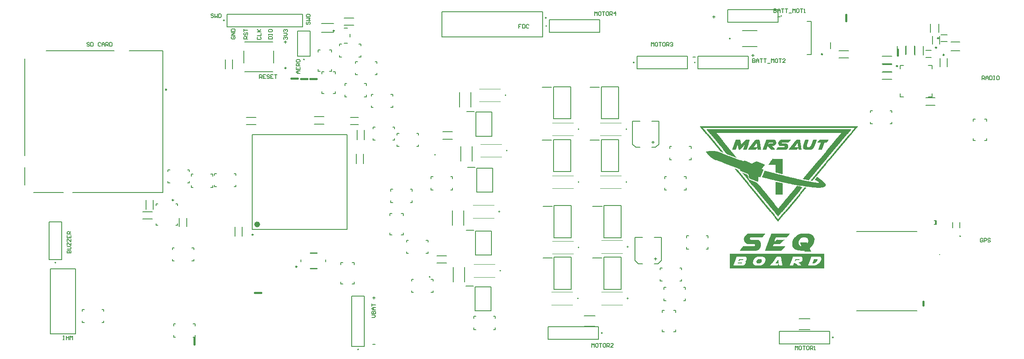
<source format=gto>
G04*
G04 #@! TF.GenerationSoftware,Altium Limited,Altium Designer,23.7.1 (13)*
G04*
G04 Layer_Color=65535*
%FSLAX44Y44*%
%MOMM*%
G71*
G04*
G04 #@! TF.SameCoordinates,9AC6D79B-6B5E-4FBD-9D38-37E555C90168*
G04*
G04*
G04 #@! TF.FilePolarity,Positive*
G04*
G01*
G75*
%ADD10C,0.2000*%
%ADD11C,0.6000*%
%ADD12C,0.2500*%
%ADD13C,0.1000*%
%ADD14C,0.4000*%
%ADD15C,0.2540*%
%ADD16C,0.1778*%
G36*
X1474612Y426161D02*
X1473779D01*
Y423662D01*
X1472946D01*
Y421162D01*
X1472113D01*
Y419496D01*
X1471280D01*
Y416997D01*
X1470447D01*
Y414497D01*
X1469613D01*
Y411998D01*
X1468780D01*
Y410332D01*
X1467947D01*
Y409499D01*
X1461282D01*
Y411998D01*
X1462115D01*
Y414497D01*
X1462949D01*
Y416997D01*
X1463782D01*
Y418663D01*
X1462949D01*
Y417830D01*
X1462115D01*
Y416164D01*
X1461282D01*
Y415331D01*
X1460449D01*
Y414497D01*
X1459616D01*
Y413664D01*
X1458783D01*
Y412831D01*
X1457950D01*
Y411998D01*
X1457117D01*
Y411165D01*
X1456284D01*
Y410332D01*
X1455450D01*
Y409499D01*
X1452118D01*
Y411998D01*
X1451285D01*
Y416164D01*
X1450452D01*
Y418663D01*
X1449619D01*
Y416997D01*
X1448786D01*
Y414497D01*
X1447952D01*
Y411998D01*
X1447119D01*
Y410332D01*
X1446286D01*
Y409499D01*
X1439621D01*
Y411998D01*
X1440454D01*
Y414497D01*
X1441287D01*
Y416164D01*
X1442121D01*
Y418663D01*
X1442954D01*
Y421162D01*
X1443787D01*
Y423662D01*
X1444620D01*
Y425328D01*
X1445453D01*
Y427827D01*
X1446286D01*
Y429494D01*
X1455450D01*
Y426994D01*
X1456284D01*
Y422829D01*
X1457117D01*
Y420329D01*
X1457950D01*
Y421162D01*
X1458783D01*
Y421996D01*
X1459616D01*
Y422829D01*
X1460449D01*
Y423662D01*
X1461282D01*
Y424495D01*
X1462115D01*
Y425328D01*
X1462949D01*
Y426161D01*
X1463782D01*
Y426994D01*
X1464615D01*
Y427827D01*
X1465448D01*
Y428661D01*
X1466281D01*
Y429494D01*
X1474612D01*
Y426161D01*
D02*
G37*
G36*
X1609578Y426994D02*
X1608745D01*
Y424495D01*
X1607911D01*
Y421996D01*
X1607078D01*
Y420329D01*
X1606245D01*
Y417830D01*
X1605412D01*
Y416164D01*
X1604579D01*
Y414497D01*
X1603746D01*
Y412831D01*
X1602913D01*
Y411998D01*
X1602080D01*
Y411165D01*
X1601246D01*
Y410332D01*
X1599580D01*
Y409499D01*
X1586250D01*
Y410332D01*
X1583751D01*
Y411165D01*
X1582918D01*
Y414497D01*
X1582085D01*
Y415331D01*
X1582918D01*
Y419496D01*
X1583751D01*
Y421996D01*
X1584584D01*
Y424495D01*
X1585417D01*
Y426994D01*
X1586250D01*
Y428661D01*
X1587083D01*
Y429494D01*
X1592915D01*
Y428661D01*
X1593748D01*
Y427827D01*
X1592915D01*
Y425328D01*
X1592082D01*
Y422829D01*
X1591249D01*
Y420329D01*
X1590416D01*
Y415331D01*
X1591249D01*
Y414497D01*
X1595415D01*
Y415331D01*
X1596248D01*
Y416164D01*
X1597081D01*
Y416997D01*
X1597914D01*
Y417830D01*
X1598747D01*
Y420329D01*
X1599580D01*
Y421996D01*
X1600413D01*
Y424495D01*
X1601246D01*
Y426994D01*
X1602080D01*
Y428661D01*
X1602913D01*
Y429494D01*
X1609578D01*
Y426994D01*
D02*
G37*
G36*
X1633738Y427827D02*
X1632905D01*
Y426161D01*
X1632072D01*
Y425328D01*
X1631239D01*
Y424495D01*
X1630406D01*
Y423662D01*
X1625407D01*
Y422829D01*
X1624574D01*
Y421162D01*
X1623741D01*
Y420329D01*
Y418663D01*
X1622908D01*
Y416164D01*
X1622074D01*
Y413664D01*
X1621241D01*
Y411998D01*
X1620408D01*
Y409499D01*
X1612910D01*
Y411165D01*
X1613743D01*
Y413664D01*
X1614576D01*
Y416164D01*
X1615410D01*
Y418663D01*
X1616243D01*
Y420329D01*
X1617076D01*
Y422829D01*
X1617909D01*
Y423662D01*
X1611244D01*
Y425328D01*
X1612077D01*
Y426161D01*
X1612910D01*
Y426994D01*
X1613743D01*
Y427827D01*
X1614576D01*
Y428661D01*
X1615410D01*
Y429494D01*
X1633738D01*
Y427827D01*
D02*
G37*
G36*
X1575420Y428661D02*
X1576253D01*
Y427827D01*
X1577086D01*
Y422829D01*
X1577919D01*
Y417830D01*
X1578752D01*
Y411998D01*
X1579585D01*
Y409499D01*
X1572920D01*
Y411165D01*
X1572087D01*
Y412831D01*
X1571254D01*
Y411165D01*
X1570421D01*
Y410332D01*
X1569588D01*
Y409499D01*
X1552926D01*
Y410332D01*
X1553759D01*
Y411165D01*
X1554592D01*
Y412831D01*
X1555425D01*
Y413664D01*
X1556258D01*
Y414497D01*
X1557091D01*
Y415331D01*
X1557924D01*
Y416997D01*
X1558757D01*
Y417830D01*
X1559590D01*
Y418663D01*
X1560424D01*
Y419496D01*
X1561257D01*
Y421162D01*
X1562090D01*
Y421996D01*
X1562923D01*
Y422829D01*
X1563756D01*
Y424495D01*
X1564589D01*
Y425328D01*
X1565422D01*
Y426161D01*
X1566255D01*
Y426994D01*
X1567089D01*
Y427827D01*
X1567922D01*
Y428661D01*
X1568755D01*
Y429494D01*
X1575420D01*
Y428661D01*
D02*
G37*
G36*
X1557091Y427827D02*
X1556258D01*
Y426994D01*
X1555425D01*
Y426161D01*
X1554592D01*
Y425328D01*
X1553759D01*
Y424495D01*
X1552926D01*
Y423662D01*
X1539596D01*
Y421996D01*
X1548760D01*
Y421162D01*
X1550426D01*
Y420329D01*
X1551259D01*
Y418663D01*
X1552092D01*
Y412831D01*
X1551259D01*
Y411998D01*
X1550426D01*
Y410332D01*
X1548760D01*
Y409499D01*
X1528765D01*
Y411165D01*
X1529598D01*
Y411998D01*
X1530431D01*
Y413664D01*
X1531264D01*
Y414497D01*
X1544594D01*
Y415331D01*
X1545427D01*
Y416164D01*
X1544594D01*
Y416997D01*
X1534597D01*
Y417830D01*
X1533764D01*
Y419496D01*
X1532931D01*
Y421162D01*
X1532097D01*
Y423662D01*
X1532931D01*
Y425328D01*
X1533764D01*
Y426161D01*
X1534597D01*
Y427827D01*
X1536263D01*
Y428661D01*
X1537096D01*
Y429494D01*
X1557091D01*
Y427827D01*
D02*
G37*
G36*
X1525433Y428661D02*
X1527099D01*
Y426994D01*
X1527932D01*
Y426161D01*
Y424495D01*
X1528765D01*
Y421996D01*
X1527932D01*
Y420329D01*
X1527099D01*
Y419496D01*
X1526266D01*
Y418663D01*
X1525433D01*
Y417830D01*
X1522933D01*
Y416997D01*
X1519601D01*
Y416164D01*
X1520434D01*
Y415331D01*
X1521267D01*
Y414497D01*
X1522100D01*
Y413664D01*
X1522933D01*
Y412831D01*
X1523766D01*
Y411998D01*
X1524599D01*
Y411165D01*
X1525433D01*
Y409499D01*
X1517101D01*
Y410332D01*
X1516268D01*
Y411165D01*
X1515435D01*
Y411998D01*
X1514602D01*
Y412831D01*
X1513769D01*
Y413664D01*
X1512936D01*
Y414497D01*
X1512103D01*
Y415331D01*
X1511270D01*
Y416164D01*
X1510436D01*
Y415331D01*
X1509603D01*
Y412831D01*
X1508770D01*
Y410332D01*
X1507937D01*
Y409499D01*
X1500439D01*
Y410332D01*
X1501272D01*
Y412831D01*
X1502105D01*
Y415331D01*
X1502938D01*
Y416997D01*
X1503771D01*
Y419496D01*
X1504605D01*
Y421996D01*
X1505438D01*
Y423662D01*
X1506271D01*
Y426161D01*
X1507104D01*
Y428661D01*
X1507937D01*
Y429494D01*
X1525433D01*
Y428661D01*
D02*
G37*
G36*
X1493774D02*
X1494607D01*
Y426161D01*
X1495440D01*
Y421162D01*
X1496273D01*
Y415331D01*
X1497106D01*
Y410332D01*
X1497940D01*
Y409499D01*
X1490441D01*
Y412831D01*
X1489608D01*
Y411998D01*
X1488775D01*
Y411165D01*
X1487942D01*
Y410332D01*
X1487109D01*
Y409499D01*
X1471280D01*
Y411165D01*
X1472113D01*
Y411998D01*
X1472946D01*
Y412831D01*
X1473779D01*
Y413664D01*
X1474612D01*
Y415331D01*
X1475445D01*
Y416164D01*
X1476279D01*
Y416997D01*
X1477112D01*
Y417830D01*
X1477945D01*
Y419496D01*
X1478778D01*
Y420329D01*
X1479611D01*
Y421162D01*
X1480444D01*
Y422829D01*
X1481277D01*
Y423662D01*
X1482110D01*
Y424495D01*
X1482943D01*
Y425328D01*
X1483777D01*
Y426994D01*
X1484610D01*
Y427827D01*
X1485443D01*
Y428661D01*
X1487109D01*
Y429494D01*
X1493774D01*
Y428661D01*
D02*
G37*
G36*
X1521267Y391170D02*
X1541262D01*
Y377840D01*
Y377007D01*
Y360345D01*
X1537929D01*
Y361178D01*
X1534597D01*
Y362011D01*
X1532097D01*
Y362844D01*
X1527932D01*
Y363677D01*
X1527099D01*
Y378673D01*
X1512103D01*
Y379506D01*
X1512936D01*
Y380340D01*
X1513769D01*
Y382006D01*
X1514602D01*
Y382839D01*
X1515435D01*
Y384505D01*
X1516268D01*
Y386171D01*
X1517101D01*
Y387005D01*
X1517935D01*
Y388671D01*
X1518768D01*
Y389504D01*
X1519601D01*
Y391170D01*
X1520434D01*
Y392003D01*
X1521267D01*
Y391170D01*
D02*
G37*
G36*
X1405463Y406166D02*
X1409629D01*
Y405333D01*
X1412128D01*
Y404500D01*
X1414628D01*
Y403667D01*
X1417127D01*
Y402834D01*
X1418793D01*
Y402001D01*
X1421293D01*
Y401168D01*
X1422959D01*
Y400335D01*
X1425458D01*
Y399501D01*
X1427124D01*
Y398668D01*
X1429624D01*
Y397835D01*
X1431290D01*
Y397002D01*
X1434622D01*
Y396169D01*
X1436289D01*
Y395336D01*
X1438788D01*
Y394503D01*
X1440454D01*
Y393670D01*
X1442954D01*
Y392836D01*
X1445453D01*
Y392003D01*
X1447119D01*
Y391170D01*
X1448786D01*
Y390337D01*
X1451285D01*
Y389504D01*
X1453784D01*
Y388671D01*
X1455450D01*
Y387838D01*
X1457950D01*
Y387005D01*
X1459616D01*
Y386171D01*
X1462949D01*
Y387005D01*
X1465448D01*
Y386171D01*
X1467947D01*
Y385338D01*
X1469613D01*
Y384505D01*
X1471280D01*
Y383672D01*
X1474612D01*
Y382839D01*
X1475445D01*
Y382006D01*
X1477945D01*
Y381173D01*
X1480444D01*
Y382006D01*
X1481277D01*
Y382839D01*
X1483777D01*
Y383672D01*
X1484610D01*
Y384505D01*
X1487109D01*
Y385338D01*
X1490441D01*
Y384505D01*
X1492941D01*
Y383672D01*
X1494607D01*
Y382839D01*
X1497106D01*
Y382006D01*
X1498773D01*
Y381173D01*
X1501272D01*
Y380340D01*
X1502938D01*
Y379506D01*
X1504605D01*
Y377007D01*
X1503771D01*
Y376174D01*
X1502938D01*
Y375341D01*
X1502105D01*
Y374508D01*
X1501272D01*
Y372841D01*
X1500439D01*
Y372008D01*
X1499606D01*
Y371175D01*
X1498773D01*
Y370342D01*
X1500439D01*
Y369509D01*
X1502105D01*
Y367010D01*
X1501272D01*
Y365343D01*
X1500439D01*
Y362844D01*
X1499606D01*
Y361178D01*
X1498773D01*
Y358679D01*
X1497940D01*
Y357012D01*
X1497106D01*
Y355346D01*
X1496273D01*
Y353680D01*
X1495440D01*
Y354513D01*
X1492108D01*
Y347015D01*
X1491275D01*
Y346182D01*
X1492108D01*
Y345349D01*
X1488775D01*
Y346182D01*
X1486276D01*
Y347015D01*
X1484610D01*
Y347848D01*
X1482943D01*
Y348681D01*
X1480444D01*
Y349514D01*
X1477945D01*
Y350347D01*
X1476279D01*
Y351180D01*
X1474612D01*
Y352014D01*
X1473779D01*
Y353680D01*
X1472946D01*
Y356179D01*
X1472113D01*
Y358679D01*
X1471280D01*
Y360345D01*
X1470447D01*
Y361178D01*
X1467947D01*
Y362011D01*
X1466281D01*
Y362844D01*
X1463782D01*
Y363677D01*
X1462115D01*
Y364510D01*
X1459616D01*
Y365343D01*
X1457950D01*
Y366177D01*
X1455450D01*
Y368676D01*
X1454617D01*
Y370342D01*
X1452118D01*
Y371175D01*
X1450452D01*
Y372008D01*
X1448786D01*
Y372841D01*
X1446286D01*
Y373675D01*
X1443787D01*
Y374508D01*
X1442121D01*
Y375341D01*
X1439621D01*
Y376174D01*
X1437122D01*
Y377007D01*
X1434622D01*
Y377840D01*
X1432956D01*
Y378673D01*
X1430457D01*
Y379506D01*
X1427957D01*
Y380340D01*
X1426291D01*
Y381173D01*
X1423792D01*
Y382006D01*
X1422126D01*
Y382839D01*
X1419626D01*
Y383672D01*
X1417960D01*
Y384505D01*
X1415461D01*
Y385338D01*
X1412961D01*
Y386171D01*
X1410462D01*
Y387005D01*
X1408796D01*
Y387838D01*
X1406296D01*
Y388671D01*
X1404630D01*
Y389504D01*
X1402964D01*
Y390337D01*
X1401298D01*
Y391170D01*
X1400465D01*
Y392003D01*
X1398798D01*
Y392836D01*
X1397965D01*
Y393670D01*
X1396299D01*
Y394503D01*
X1395466D01*
Y395336D01*
X1394633D01*
Y396169D01*
X1393800D01*
Y397002D01*
X1392966D01*
Y397835D01*
X1392133D01*
Y398668D01*
X1391300D01*
Y399501D01*
X1390467D01*
Y400335D01*
X1389634D01*
Y401168D01*
X1388801D01*
Y402834D01*
X1387968D01*
Y403667D01*
X1387135D01*
Y404500D01*
X1386302D01*
Y405333D01*
X1387135D01*
Y406166D01*
X1391300D01*
Y406999D01*
X1405463D01*
Y406166D01*
D02*
G37*
G36*
X1678727Y449489D02*
X1677894D01*
Y447822D01*
X1677060D01*
Y446989D01*
X1676227D01*
Y446156D01*
X1675394D01*
Y445323D01*
X1674561D01*
Y444490D01*
X1673728D01*
Y442824D01*
X1672895D01*
Y441991D01*
X1672062D01*
Y441157D01*
X1671229D01*
Y440324D01*
X1670395D01*
Y439491D01*
X1669562D01*
Y437825D01*
X1668729D01*
Y436992D01*
X1667896D01*
Y436159D01*
X1667063D01*
Y435326D01*
X1666230D01*
Y434492D01*
X1665397D01*
Y432826D01*
X1664564D01*
Y431993D01*
X1663730D01*
Y431160D01*
X1662897D01*
Y430327D01*
X1662064D01*
Y429494D01*
X1661231D01*
Y428661D01*
X1660398D01*
Y426994D01*
X1659565D01*
Y426161D01*
X1658732D01*
Y425328D01*
X1657899D01*
Y424495D01*
X1657065D01*
Y422829D01*
X1656232D01*
Y421996D01*
X1655399D01*
Y421162D01*
X1654566D01*
Y420329D01*
X1653733D01*
Y419496D01*
X1652900D01*
Y417830D01*
X1652067D01*
Y416997D01*
X1651234D01*
Y416164D01*
X1650401D01*
Y415331D01*
X1649567D01*
Y414497D01*
X1648734D01*
Y413664D01*
X1647901D01*
Y411998D01*
X1647068D01*
Y411165D01*
X1646235D01*
Y410332D01*
X1645402D01*
Y409499D01*
X1644569D01*
Y408666D01*
X1643736D01*
Y406999D01*
X1642903D01*
Y406166D01*
X1642069D01*
Y405333D01*
X1641236D01*
Y404500D01*
X1640403D01*
Y403667D01*
X1639570D01*
Y402001D01*
X1638737D01*
Y401168D01*
X1637904D01*
Y400335D01*
X1637071D01*
Y399501D01*
X1636237D01*
Y398668D01*
X1635404D01*
Y397835D01*
X1634571D01*
Y396169D01*
X1633738D01*
Y395336D01*
X1632905D01*
Y394503D01*
X1632072D01*
Y393670D01*
X1631239D01*
Y392003D01*
X1630406D01*
Y391170D01*
X1629573D01*
Y390337D01*
X1628739D01*
Y389504D01*
X1627906D01*
Y388671D01*
X1627073D01*
Y387838D01*
X1626240D01*
Y386171D01*
X1625407D01*
Y385338D01*
X1624574D01*
Y384505D01*
X1623741D01*
Y382839D01*
X1622074D01*
Y381173D01*
X1621241D01*
Y380340D01*
X1620408D01*
Y379506D01*
X1619575D01*
Y378673D01*
X1618742D01*
Y377840D01*
X1617909D01*
Y376174D01*
X1617076D01*
Y375341D01*
X1616243D01*
Y374508D01*
X1615410D01*
Y373675D01*
X1614576D01*
Y372008D01*
X1613743D01*
Y371175D01*
X1612910D01*
Y370342D01*
X1612077D01*
Y369509D01*
X1611244D01*
Y368676D01*
X1610411D01*
Y367843D01*
X1609578D01*
Y366177D01*
X1608745D01*
Y365343D01*
X1607911D01*
Y364510D01*
X1607078D01*
Y363677D01*
X1606245D01*
Y362011D01*
X1605412D01*
Y361178D01*
X1604579D01*
Y360345D01*
X1603746D01*
Y359512D01*
X1602913D01*
Y358679D01*
X1602080D01*
Y357012D01*
X1601246D01*
Y356179D01*
X1600413D01*
Y355346D01*
X1599580D01*
Y354513D01*
X1598747D01*
Y353680D01*
X1597914D01*
Y352847D01*
X1597081D01*
Y351180D01*
X1596248D01*
Y350347D01*
X1595415D01*
Y349514D01*
X1594581D01*
Y348681D01*
X1593748D01*
Y347848D01*
X1592082D01*
Y348681D01*
X1588750D01*
Y349514D01*
X1583751D01*
Y350347D01*
X1582085D01*
Y351180D01*
X1582918D01*
Y352014D01*
X1583751D01*
Y352847D01*
X1584584D01*
Y354513D01*
X1585417D01*
Y355346D01*
X1586250D01*
Y356179D01*
X1587083D01*
Y357012D01*
X1587917D01*
Y357845D01*
X1588750D01*
Y359512D01*
X1589583D01*
Y360345D01*
X1590416D01*
Y361178D01*
X1591249D01*
Y362011D01*
X1592082D01*
Y362844D01*
X1592915D01*
Y364510D01*
X1593748D01*
Y365343D01*
X1594581D01*
Y366177D01*
X1595415D01*
Y367010D01*
X1596248D01*
Y367843D01*
X1597081D01*
Y369509D01*
X1598747D01*
Y371175D01*
X1599580D01*
Y372008D01*
X1600413D01*
Y372841D01*
X1601246D01*
Y373675D01*
X1602080D01*
Y375341D01*
X1602913D01*
Y376174D01*
X1603746D01*
Y377007D01*
X1604579D01*
Y377840D01*
X1605412D01*
Y378673D01*
X1606245D01*
Y380340D01*
X1607078D01*
Y381173D01*
X1607911D01*
Y382006D01*
X1608745D01*
Y382839D01*
X1609578D01*
Y383672D01*
X1610411D01*
Y384505D01*
X1611244D01*
Y386171D01*
X1612077D01*
Y387005D01*
X1612910D01*
Y387838D01*
X1613743D01*
Y388671D01*
X1614576D01*
Y390337D01*
X1615410D01*
Y391170D01*
X1616243D01*
Y392003D01*
X1617076D01*
Y392836D01*
X1617909D01*
Y393670D01*
X1618742D01*
Y394503D01*
X1619575D01*
Y396169D01*
X1620408D01*
Y397002D01*
X1621241D01*
Y397835D01*
X1622074D01*
Y398668D01*
X1622908D01*
Y399501D01*
X1623741D01*
Y401168D01*
X1624574D01*
Y402001D01*
X1625407D01*
Y402834D01*
X1626240D01*
Y403667D01*
X1627073D01*
Y404500D01*
X1627906D01*
Y406166D01*
X1628739D01*
Y406999D01*
X1629573D01*
Y407833D01*
X1630406D01*
Y408666D01*
X1631239D01*
Y409499D01*
X1632072D01*
Y411165D01*
X1632905D01*
Y411998D01*
X1633738D01*
Y412831D01*
X1634571D01*
Y413664D01*
X1635404D01*
Y414497D01*
X1636237D01*
Y416164D01*
X1637071D01*
Y416997D01*
X1637904D01*
Y417830D01*
X1638737D01*
Y418663D01*
X1639570D01*
Y419496D01*
X1640403D01*
Y420329D01*
X1641236D01*
Y421996D01*
X1642069D01*
Y422829D01*
X1642903D01*
Y423662D01*
X1643736D01*
Y424495D01*
X1644569D01*
Y426161D01*
X1645402D01*
Y426994D01*
X1646235D01*
Y427827D01*
X1647068D01*
Y428661D01*
X1647901D01*
Y430327D01*
X1648734D01*
Y431160D01*
X1649567D01*
Y431993D01*
X1650401D01*
Y432826D01*
X1651234D01*
Y433659D01*
X1652067D01*
Y434492D01*
X1652900D01*
Y435326D01*
X1653733D01*
Y436992D01*
X1654566D01*
Y437825D01*
X1655399D01*
Y438658D01*
X1656232D01*
Y439491D01*
X1657065D01*
Y441157D01*
X1657899D01*
Y441991D01*
X1658732D01*
Y443657D01*
X1407963D01*
Y441991D01*
X1408796D01*
Y441157D01*
X1409629D01*
Y440324D01*
X1410462D01*
Y438658D01*
X1411295D01*
Y437825D01*
X1412128D01*
Y436992D01*
X1412961D01*
Y436159D01*
X1413795D01*
Y434492D01*
X1414628D01*
Y433659D01*
X1415461D01*
Y432826D01*
X1416294D01*
Y431993D01*
X1417127D01*
Y430327D01*
X1417960D01*
Y429494D01*
X1418793D01*
Y428661D01*
X1419626D01*
Y427827D01*
X1420459D01*
Y426994D01*
X1421293D01*
Y425328D01*
X1422959D01*
Y423662D01*
X1423792D01*
Y422829D01*
X1424625D01*
Y421996D01*
X1425458D01*
Y420329D01*
X1426291D01*
Y419496D01*
X1427124D01*
Y418663D01*
X1427957D01*
Y417830D01*
X1428791D01*
Y416997D01*
X1429624D01*
Y415331D01*
X1430457D01*
Y414497D01*
X1431290D01*
Y413664D01*
X1432123D01*
Y412831D01*
X1432956D01*
Y411165D01*
X1433789D01*
Y410332D01*
X1434622D01*
Y409499D01*
X1435456D01*
Y408666D01*
X1436289D01*
Y407833D01*
X1437122D01*
Y406166D01*
X1437955D01*
Y405333D01*
X1438788D01*
Y404500D01*
X1439621D01*
Y403667D01*
X1440454D01*
Y402001D01*
X1442121D01*
Y400335D01*
X1442954D01*
Y399501D01*
X1443787D01*
Y398668D01*
X1444620D01*
Y397002D01*
X1445453D01*
Y396169D01*
X1446286D01*
Y395336D01*
X1447119D01*
Y394503D01*
X1447952D01*
Y393670D01*
X1446286D01*
Y394503D01*
X1443787D01*
Y395336D01*
X1442121D01*
Y396169D01*
X1439621D01*
Y397002D01*
X1437122D01*
Y397835D01*
X1435456D01*
Y398668D01*
X1432956D01*
Y399501D01*
X1430457D01*
Y400335D01*
X1428791D01*
Y401168D01*
X1427957D01*
Y402001D01*
X1427124D01*
Y402834D01*
X1426291D01*
Y403667D01*
X1425458D01*
Y404500D01*
X1424625D01*
Y406166D01*
X1423792D01*
Y406999D01*
X1422959D01*
Y407833D01*
X1422126D01*
Y408666D01*
X1421293D01*
Y409499D01*
X1420459D01*
Y411165D01*
X1419626D01*
Y411998D01*
X1418793D01*
Y412831D01*
X1417960D01*
Y414497D01*
X1417127D01*
Y415331D01*
X1416294D01*
Y416164D01*
X1415461D01*
Y416997D01*
X1414628D01*
Y417830D01*
X1413795D01*
Y418663D01*
X1412961D01*
Y419496D01*
X1412128D01*
Y421162D01*
X1411295D01*
Y421996D01*
X1410462D01*
Y422829D01*
X1409629D01*
Y423662D01*
X1408796D01*
Y425328D01*
X1407963D01*
Y426161D01*
X1407130D01*
Y426994D01*
X1406296D01*
Y427827D01*
X1405463D01*
Y429494D01*
X1404630D01*
Y430327D01*
X1403797D01*
Y431160D01*
X1402964D01*
Y431993D01*
X1402131D01*
Y432826D01*
X1401298D01*
Y434492D01*
X1400465D01*
Y435326D01*
X1399631D01*
Y436159D01*
X1398798D01*
Y436992D01*
X1397965D01*
Y437825D01*
X1397132D01*
Y439491D01*
X1396299D01*
Y440324D01*
X1395466D01*
Y441157D01*
X1394633D01*
Y441991D01*
X1393800D01*
Y443657D01*
X1392966D01*
Y444490D01*
X1392133D01*
Y445323D01*
X1391300D01*
Y446156D01*
X1390467D01*
Y447822D01*
X1388801D01*
Y449489D01*
X1387968D01*
Y451155D01*
X1678727D01*
Y449489D01*
D02*
G37*
G36*
X1692890Y455320D02*
X1692057D01*
Y454487D01*
X1691223D01*
Y453654D01*
X1690390D01*
Y452821D01*
X1689557D01*
Y451988D01*
X1688724D01*
Y451155D01*
X1687891D01*
Y449489D01*
X1687058D01*
Y448655D01*
X1686225D01*
Y447822D01*
X1685392D01*
Y446989D01*
X1684559D01*
Y446156D01*
X1683725D01*
Y444490D01*
X1682892D01*
Y443657D01*
X1682059D01*
Y442824D01*
X1681226D01*
Y441991D01*
X1680393D01*
Y441157D01*
X1679560D01*
Y439491D01*
X1678727D01*
Y438658D01*
X1677894D01*
Y437825D01*
X1677060D01*
Y436992D01*
X1676227D01*
Y436159D01*
X1675394D01*
Y435326D01*
Y434492D01*
X1674561D01*
Y433659D01*
X1673728D01*
Y432826D01*
X1672895D01*
Y431993D01*
X1672062D01*
Y431160D01*
X1671229D01*
Y429494D01*
X1670395D01*
Y428661D01*
X1669562D01*
Y427827D01*
X1668729D01*
Y426994D01*
X1667896D01*
Y426161D01*
X1667063D01*
Y424495D01*
X1666230D01*
Y423662D01*
X1665397D01*
Y422829D01*
X1664564D01*
Y421996D01*
X1663730D01*
Y421162D01*
X1662897D01*
Y420329D01*
X1662064D01*
Y418663D01*
X1661231D01*
Y417830D01*
X1660398D01*
Y416997D01*
X1659565D01*
Y416164D01*
X1658732D01*
Y415331D01*
X1657899D01*
Y413664D01*
X1657065D01*
Y412831D01*
X1656232D01*
Y411998D01*
X1655399D01*
Y411165D01*
X1654566D01*
Y409499D01*
X1653733D01*
Y408666D01*
X1652067D01*
Y406999D01*
X1651234D01*
Y406166D01*
X1650401D01*
Y405333D01*
X1649567D01*
Y403667D01*
X1648734D01*
Y402834D01*
X1647901D01*
Y402001D01*
X1647068D01*
Y401168D01*
X1646235D01*
Y400335D01*
X1645402D01*
Y398668D01*
X1644569D01*
Y397835D01*
X1643736D01*
Y397002D01*
X1642903D01*
Y396169D01*
X1642069D01*
Y395336D01*
X1641236D01*
Y393670D01*
X1640403D01*
Y392836D01*
X1639570D01*
Y392003D01*
X1638737D01*
Y391170D01*
X1637904D01*
Y390337D01*
X1637071D01*
Y388671D01*
X1636237D01*
Y387838D01*
X1635404D01*
Y387005D01*
X1634571D01*
Y386171D01*
X1633738D01*
Y385338D01*
X1632905D01*
Y384505D01*
X1632072D01*
Y382839D01*
X1631239D01*
Y382006D01*
X1630406D01*
Y381173D01*
X1629573D01*
Y379506D01*
X1627906D01*
Y377840D01*
X1627073D01*
Y377007D01*
X1626240D01*
Y376174D01*
X1625407D01*
Y375341D01*
X1624574D01*
Y374508D01*
X1623741D01*
Y372841D01*
X1622908D01*
Y372008D01*
X1622074D01*
Y371175D01*
X1621241D01*
Y370342D01*
X1620408D01*
Y369509D01*
X1619575D01*
Y368676D01*
X1618742D01*
Y367010D01*
X1617909D01*
Y366177D01*
X1617076D01*
Y365343D01*
X1616243D01*
Y364510D01*
X1615410D01*
Y362844D01*
X1614576D01*
Y362011D01*
X1613743D01*
Y361178D01*
X1612910D01*
Y360345D01*
X1612077D01*
Y359512D01*
X1611244D01*
Y357845D01*
X1610411D01*
Y357012D01*
X1609578D01*
Y356179D01*
X1608745D01*
Y355346D01*
X1607911D01*
Y354513D01*
X1607078D01*
Y353680D01*
X1606245D01*
Y352014D01*
X1605412D01*
Y351180D01*
X1604579D01*
Y350347D01*
X1603746D01*
Y349514D01*
X1602913D01*
Y348681D01*
X1602080D01*
Y347015D01*
X1597914D01*
Y348681D01*
X1598747D01*
Y349514D01*
X1599580D01*
Y350347D01*
X1600413D01*
Y351180D01*
X1601246D01*
Y352014D01*
X1602080D01*
Y353680D01*
X1602913D01*
Y354513D01*
X1603746D01*
Y355346D01*
X1604579D01*
Y356179D01*
X1605412D01*
Y357012D01*
X1606245D01*
Y358679D01*
X1607078D01*
Y359512D01*
X1607911D01*
Y360345D01*
X1608745D01*
Y361178D01*
X1609578D01*
Y362011D01*
X1610411D01*
Y363677D01*
X1611244D01*
Y364510D01*
X1612077D01*
Y365343D01*
X1612910D01*
Y366177D01*
X1613743D01*
Y367010D01*
X1614576D01*
Y368676D01*
X1615410D01*
Y369509D01*
X1616243D01*
Y370342D01*
X1617076D01*
Y371175D01*
X1617909D01*
Y372008D01*
X1618742D01*
Y373675D01*
X1619575D01*
Y374508D01*
X1620408D01*
Y375341D01*
X1621241D01*
Y376174D01*
X1622074D01*
Y377007D01*
X1622908D01*
Y377840D01*
X1623741D01*
Y379506D01*
X1624574D01*
Y380340D01*
X1625407D01*
Y381173D01*
X1626240D01*
Y382006D01*
X1627073D01*
Y382839D01*
X1627906D01*
Y383672D01*
X1628739D01*
Y384505D01*
X1629573D01*
Y386171D01*
X1630406D01*
Y387005D01*
X1631239D01*
Y387838D01*
X1632072D01*
Y389504D01*
X1632905D01*
Y390337D01*
X1633738D01*
Y391170D01*
X1634571D01*
Y392003D01*
X1635404D01*
Y392836D01*
X1636237D01*
Y393670D01*
X1637071D01*
Y394503D01*
X1637904D01*
Y396169D01*
X1638737D01*
Y397002D01*
X1639570D01*
Y397835D01*
X1640403D01*
Y398668D01*
X1641236D01*
Y399501D01*
X1642069D01*
Y401168D01*
X1642903D01*
Y402001D01*
X1643736D01*
Y402834D01*
X1644569D01*
Y403667D01*
X1645402D01*
Y405333D01*
X1646235D01*
Y406166D01*
X1647068D01*
Y406999D01*
X1647901D01*
Y407833D01*
X1648734D01*
Y408666D01*
X1649567D01*
Y410332D01*
X1650401D01*
Y411165D01*
X1651234D01*
Y411998D01*
X1652067D01*
Y412831D01*
X1652900D01*
Y413664D01*
X1653733D01*
Y415331D01*
X1654566D01*
Y416164D01*
X1655399D01*
Y416997D01*
X1656232D01*
Y417830D01*
X1657065D01*
Y418663D01*
X1657899D01*
Y420329D01*
X1658732D01*
Y421162D01*
X1659565D01*
Y421996D01*
X1660398D01*
Y422829D01*
X1661231D01*
Y423662D01*
X1662064D01*
Y424495D01*
X1662897D01*
Y426161D01*
X1663730D01*
Y426994D01*
X1664564D01*
Y427827D01*
X1665397D01*
Y428661D01*
X1666230D01*
Y430327D01*
X1667063D01*
Y431160D01*
X1667896D01*
Y431993D01*
X1668729D01*
Y432826D01*
X1669562D01*
Y433659D01*
X1670395D01*
Y435326D01*
X1671229D01*
Y436159D01*
X1672062D01*
Y436992D01*
X1672895D01*
Y437825D01*
X1673728D01*
Y438658D01*
X1674561D01*
Y439491D01*
X1675394D01*
Y441157D01*
X1676227D01*
Y441991D01*
X1677060D01*
Y442824D01*
X1677894D01*
Y443657D01*
X1678727D01*
Y444490D01*
X1679560D01*
Y446156D01*
X1680393D01*
Y446989D01*
X1681226D01*
Y447822D01*
X1682059D01*
Y448655D01*
X1682892D01*
Y449489D01*
X1683725D01*
Y450322D01*
X1684559D01*
Y451155D01*
X1685392D01*
Y452821D01*
X1686225D01*
Y453654D01*
X1380470D01*
Y452821D01*
X1381303D01*
Y451988D01*
X1382136D01*
Y451155D01*
X1382969D01*
Y450322D01*
X1383802D01*
Y449489D01*
X1384635D01*
Y448655D01*
X1385468D01*
Y446989D01*
X1386302D01*
Y446156D01*
X1387135D01*
Y445323D01*
X1387968D01*
Y443657D01*
X1388801D01*
Y442824D01*
X1389634D01*
Y441991D01*
X1390467D01*
Y441157D01*
X1391300D01*
Y440324D01*
X1392133D01*
Y438658D01*
X1392966D01*
Y437825D01*
X1393800D01*
Y436992D01*
X1394633D01*
Y436159D01*
X1395466D01*
Y435326D01*
X1396299D01*
Y433659D01*
X1397132D01*
Y432826D01*
X1397965D01*
Y431993D01*
X1398798D01*
Y431160D01*
X1399631D01*
Y429494D01*
X1400465D01*
Y428661D01*
X1401298D01*
Y427827D01*
X1402131D01*
Y426994D01*
X1402964D01*
Y426161D01*
X1403797D01*
Y425328D01*
X1404630D01*
Y423662D01*
X1405463D01*
Y422829D01*
X1406296D01*
Y421996D01*
X1407130D01*
Y420329D01*
X1407963D01*
Y419496D01*
X1408796D01*
Y418663D01*
X1409629D01*
Y417830D01*
X1410462D01*
Y416164D01*
X1412128D01*
Y414497D01*
X1412961D01*
Y413664D01*
X1413795D01*
Y412831D01*
X1414628D01*
Y411165D01*
X1415461D01*
Y410332D01*
X1416294D01*
Y409499D01*
X1417127D01*
Y408666D01*
X1417960D01*
Y407833D01*
X1418793D01*
Y406166D01*
X1419626D01*
Y405333D01*
X1420459D01*
Y404500D01*
X1421293D01*
Y403667D01*
X1419626D01*
Y404500D01*
X1417960D01*
Y405333D01*
X1416294D01*
Y406166D01*
X1414628D01*
Y406999D01*
X1413795D01*
Y408666D01*
X1412961D01*
Y409499D01*
X1412128D01*
Y410332D01*
X1411295D01*
Y411998D01*
X1410462D01*
Y412831D01*
X1409629D01*
Y413664D01*
X1408796D01*
Y414497D01*
X1407963D01*
Y416164D01*
X1406296D01*
Y417830D01*
X1405463D01*
Y418663D01*
X1404630D01*
Y419496D01*
X1403797D01*
Y421162D01*
X1402964D01*
Y421996D01*
X1402131D01*
Y422829D01*
X1401298D01*
Y423662D01*
X1400465D01*
Y424495D01*
X1399631D01*
Y426161D01*
X1398798D01*
Y426994D01*
X1397965D01*
Y427827D01*
X1397132D01*
Y429494D01*
X1395466D01*
Y431160D01*
X1394633D01*
Y431993D01*
X1393800D01*
Y432826D01*
X1392966D01*
Y433659D01*
X1392133D01*
Y435326D01*
X1391300D01*
Y436159D01*
X1390467D01*
Y436992D01*
X1389634D01*
Y437825D01*
X1388801D01*
Y439491D01*
X1387968D01*
Y440324D01*
X1387135D01*
Y441157D01*
X1386302D01*
Y441991D01*
X1385468D01*
Y442824D01*
X1384635D01*
Y444490D01*
X1383802D01*
Y445323D01*
X1382969D01*
Y446156D01*
X1382136D01*
Y446989D01*
X1381303D01*
Y447822D01*
X1380470D01*
Y449489D01*
X1379637D01*
Y450322D01*
X1378803D01*
Y451155D01*
X1377970D01*
Y451988D01*
X1377137D01*
Y452821D01*
X1376304D01*
Y454487D01*
X1375471D01*
Y455320D01*
X1374638D01*
Y456987D01*
X1692890D01*
Y455320D01*
D02*
G37*
G36*
X1506271Y366177D02*
X1509603D01*
Y365343D01*
X1512936D01*
Y364510D01*
X1516268D01*
Y363677D01*
X1518768D01*
Y362844D01*
X1522933D01*
Y362011D01*
X1526266D01*
Y361178D01*
X1529598D01*
Y360345D01*
X1532097D01*
Y359512D01*
X1536263D01*
Y358679D01*
X1539596D01*
Y357845D01*
X1542928D01*
Y357012D01*
X1545427D01*
Y356179D01*
X1548760D01*
Y355346D01*
X1552926D01*
Y354513D01*
X1555425D01*
Y353680D01*
X1559590D01*
Y352847D01*
X1563756D01*
Y352014D01*
X1567089D01*
Y351180D01*
X1569588D01*
Y350347D01*
X1573754D01*
Y349514D01*
X1577919D01*
Y348681D01*
X1581252D01*
Y347848D01*
X1585417D01*
Y347015D01*
X1589583D01*
Y346182D01*
X1594581D01*
Y345349D01*
X1598747D01*
Y344515D01*
X1602080D01*
Y343682D01*
X1602913D01*
Y344515D01*
X1603746D01*
Y343682D01*
X1608745D01*
Y342849D01*
X1613743D01*
Y344515D01*
X1612910D01*
Y345349D01*
X1611244D01*
Y346182D01*
X1610411D01*
Y347015D01*
X1608745D01*
Y347848D01*
X1607078D01*
Y348681D01*
X1606245D01*
Y350347D01*
X1607078D01*
Y351180D01*
X1607911D01*
Y352014D01*
X1608745D01*
Y353680D01*
X1609578D01*
Y354513D01*
X1611244D01*
Y353680D01*
X1612910D01*
Y352847D01*
X1613743D01*
Y352014D01*
X1614576D01*
Y351180D01*
X1616243D01*
Y350347D01*
X1617076D01*
Y349514D01*
X1617909D01*
Y348681D01*
X1619575D01*
Y347848D01*
X1620408D01*
Y347015D01*
X1621241D01*
Y346182D01*
X1622074D01*
Y345349D01*
X1622908D01*
Y344515D01*
X1623741D01*
Y343682D01*
X1624574D01*
Y342849D01*
X1625407D01*
Y342016D01*
X1626240D01*
Y341183D01*
X1627073D01*
Y339517D01*
X1627906D01*
Y337850D01*
X1627073D01*
Y335351D01*
X1626240D01*
Y334518D01*
X1624574D01*
Y333685D01*
X1622908D01*
Y332852D01*
X1617909D01*
Y332019D01*
X1608745D01*
Y332852D01*
X1599580D01*
Y333685D01*
X1594581D01*
Y334518D01*
X1593748D01*
Y333685D01*
X1592915D01*
Y334518D01*
X1591249D01*
Y333685D01*
X1590416D01*
Y334518D01*
X1586250D01*
Y335351D01*
X1582918D01*
Y336184D01*
X1577086D01*
Y337017D01*
X1573754D01*
Y337850D01*
X1572920D01*
Y337017D01*
X1572087D01*
Y337850D01*
X1568755D01*
Y338684D01*
X1563756D01*
Y339517D01*
X1559590D01*
Y340350D01*
X1557091D01*
Y341183D01*
X1552092D01*
Y342016D01*
X1548760D01*
Y342849D01*
X1544594D01*
Y343682D01*
X1540429D01*
Y344515D01*
X1537096D01*
Y345349D01*
X1533764D01*
Y346182D01*
X1530431D01*
Y347015D01*
X1526266D01*
Y347848D01*
X1522933D01*
Y348681D01*
X1518768D01*
Y349514D01*
X1515435D01*
Y350347D01*
X1512103D01*
Y351180D01*
X1509603D01*
Y352014D01*
X1505438D01*
Y352847D01*
X1502105D01*
Y353680D01*
X1499606D01*
Y356179D01*
X1500439D01*
Y357845D01*
X1501272D01*
Y359512D01*
X1502105D01*
Y362011D01*
X1502938D01*
Y363677D01*
X1503771D01*
Y366177D01*
X1504605D01*
Y367010D01*
X1506271D01*
Y366177D01*
D02*
G37*
G36*
X1531264Y343682D02*
X1535430D01*
Y342849D01*
X1539596D01*
Y342016D01*
X1541262D01*
Y318689D01*
X1527099D01*
Y342849D01*
Y343682D01*
Y344515D01*
X1531264D01*
Y343682D01*
D02*
G37*
G36*
X1461282Y362011D02*
X1462949D01*
Y361178D01*
X1465448D01*
Y360345D01*
X1467114D01*
Y359512D01*
X1469613D01*
Y357845D01*
X1470447D01*
Y356179D01*
X1471280D01*
Y352847D01*
X1472113D01*
Y352014D01*
X1472946D01*
Y350347D01*
X1473779D01*
Y349514D01*
X1474612D01*
Y348681D01*
X1477112D01*
Y347848D01*
X1478778D01*
Y347015D01*
X1481277D01*
Y346182D01*
X1482943D01*
Y345349D01*
X1485443D01*
Y344515D01*
X1487109D01*
Y343682D01*
X1488775D01*
Y342849D01*
X1489608D01*
Y342016D01*
X1490441D01*
Y341183D01*
X1491275D01*
Y340350D01*
X1492108D01*
Y339517D01*
X1492941D01*
Y338684D01*
X1493774D01*
Y337850D01*
X1494607D01*
Y336184D01*
X1495440D01*
Y335351D01*
X1496273D01*
Y334518D01*
X1497106D01*
Y333685D01*
X1497940D01*
Y332019D01*
X1498773D01*
Y331185D01*
X1499606D01*
Y330352D01*
X1500439D01*
Y328686D01*
X1501272D01*
Y327853D01*
X1502105D01*
Y327020D01*
X1502938D01*
Y326187D01*
X1503771D01*
Y325354D01*
X1504605D01*
Y324521D01*
X1505438D01*
Y322854D01*
X1506271D01*
Y322021D01*
X1507104D01*
Y321188D01*
X1507937D01*
Y320355D01*
X1508770D01*
Y319522D01*
X1509603D01*
Y317856D01*
X1510436D01*
Y317022D01*
X1511270D01*
Y316189D01*
X1512103D01*
Y314523D01*
X1512936D01*
Y313690D01*
X1513769D01*
Y312857D01*
X1514602D01*
Y312024D01*
X1515435D01*
Y311191D01*
X1516268D01*
Y309524D01*
X1517101D01*
Y308691D01*
X1517935D01*
Y307858D01*
X1518768D01*
Y307025D01*
X1519601D01*
Y306192D01*
X1520434D01*
Y304526D01*
X1521267D01*
Y303693D01*
X1522100D01*
Y302859D01*
X1522933D01*
Y302026D01*
X1523766D01*
Y300360D01*
X1524599D01*
Y299527D01*
X1525433D01*
Y298694D01*
X1526266D01*
Y297861D01*
X1527099D01*
Y296194D01*
X1528765D01*
Y294528D01*
X1529598D01*
Y293695D01*
X1530431D01*
Y292862D01*
X1531264D01*
Y292029D01*
X1532097D01*
Y291196D01*
X1532931D01*
Y292029D01*
X1533764D01*
Y292862D01*
X1534597D01*
Y294528D01*
X1535430D01*
Y295361D01*
X1536263D01*
Y296194D01*
X1537096D01*
Y297028D01*
X1537929D01*
Y297861D01*
X1538763D01*
Y299527D01*
X1539596D01*
Y300360D01*
X1540429D01*
Y301193D01*
X1541262D01*
Y302026D01*
X1542095D01*
Y302859D01*
X1542928D01*
Y304526D01*
X1543761D01*
Y305359D01*
X1544594D01*
Y306192D01*
X1545427D01*
Y307858D01*
X1546261D01*
Y308691D01*
X1547094D01*
Y309524D01*
X1547927D01*
Y310357D01*
X1548760D01*
Y311191D01*
X1549593D01*
Y312024D01*
X1550426D01*
Y312857D01*
X1551259D01*
Y314523D01*
X1552092D01*
Y315356D01*
X1552926D01*
Y316189D01*
X1553759D01*
Y317022D01*
X1554592D01*
Y318689D01*
X1555425D01*
Y319522D01*
X1556258D01*
Y320355D01*
X1557091D01*
Y321188D01*
X1557924D01*
Y322021D01*
X1558757D01*
Y322854D01*
X1559590D01*
Y323687D01*
X1560424D01*
Y325354D01*
X1561257D01*
Y326187D01*
X1562090D01*
Y327020D01*
X1562923D01*
Y327853D01*
X1563756D01*
Y328686D01*
X1564589D01*
Y330352D01*
X1565422D01*
Y331185D01*
X1566255D01*
Y332019D01*
X1567089D01*
Y333685D01*
X1567922D01*
Y334518D01*
X1568755D01*
Y335351D01*
X1569588D01*
Y336184D01*
X1571254D01*
Y335351D01*
X1576253D01*
Y334518D01*
X1578752D01*
Y333685D01*
X1581252D01*
Y332852D01*
X1580419D01*
Y332019D01*
X1579585D01*
Y330352D01*
X1578752D01*
Y329519D01*
X1577919D01*
Y328686D01*
X1577086D01*
Y327853D01*
X1576253D01*
Y327020D01*
X1575420D01*
Y325354D01*
X1574587D01*
Y324521D01*
X1573754D01*
Y323687D01*
X1572920D01*
Y322854D01*
X1572087D01*
Y321188D01*
X1571254D01*
Y320355D01*
X1570421D01*
Y319522D01*
X1569588D01*
Y318689D01*
X1568755D01*
Y317856D01*
X1567922D01*
Y316189D01*
X1566255D01*
Y314523D01*
X1565422D01*
Y313690D01*
X1564589D01*
Y312857D01*
X1563756D01*
Y312024D01*
X1562923D01*
Y310357D01*
X1562090D01*
Y309524D01*
X1561257D01*
Y308691D01*
X1560424D01*
Y307858D01*
X1559590D01*
Y307025D01*
X1558757D01*
Y305359D01*
X1557924D01*
Y304526D01*
X1557091D01*
Y303693D01*
X1556258D01*
Y302859D01*
X1555425D01*
Y302026D01*
X1554592D01*
Y301193D01*
X1553759D01*
Y299527D01*
X1552926D01*
Y298694D01*
X1552092D01*
Y297861D01*
X1551259D01*
Y297028D01*
X1550426D01*
Y295361D01*
X1549593D01*
Y294528D01*
X1548760D01*
Y293695D01*
X1547927D01*
Y292862D01*
X1547094D01*
Y292029D01*
X1546261D01*
Y291196D01*
X1545427D01*
Y289529D01*
X1544594D01*
Y288696D01*
X1543761D01*
Y287863D01*
X1542928D01*
Y287030D01*
X1542095D01*
Y285364D01*
X1541262D01*
Y284531D01*
X1540429D01*
Y283698D01*
X1539596D01*
Y282865D01*
X1538763D01*
Y282031D01*
X1537929D01*
Y281198D01*
X1537096D01*
Y279532D01*
X1536263D01*
Y278699D01*
X1535430D01*
Y277866D01*
X1534597D01*
Y277033D01*
X1533764D01*
Y276200D01*
X1532931D01*
Y274533D01*
X1531264D01*
Y276200D01*
X1530431D01*
Y277033D01*
X1529598D01*
Y277866D01*
X1528765D01*
Y278699D01*
X1527932D01*
Y279532D01*
X1527099D01*
Y281198D01*
X1526266D01*
Y282031D01*
X1525433D01*
Y282865D01*
X1524599D01*
Y283698D01*
X1523766D01*
Y285364D01*
X1522933D01*
Y286197D01*
X1522100D01*
Y287030D01*
X1521267D01*
Y287863D01*
X1520434D01*
Y288696D01*
X1519601D01*
Y290363D01*
X1518768D01*
Y291196D01*
X1517935D01*
Y292029D01*
X1517101D01*
Y292862D01*
X1516268D01*
Y293695D01*
X1515435D01*
Y294528D01*
X1514602D01*
Y296194D01*
X1513769D01*
Y297028D01*
X1512936D01*
Y297861D01*
X1512103D01*
Y299527D01*
X1511270D01*
Y300360D01*
X1510436D01*
Y301193D01*
X1509603D01*
Y302026D01*
X1508770D01*
Y302859D01*
X1507937D01*
Y304526D01*
X1507104D01*
Y305359D01*
X1506271D01*
Y306192D01*
X1505438D01*
Y307025D01*
X1504605D01*
Y307858D01*
X1503771D01*
Y309524D01*
X1502938D01*
Y310357D01*
X1502105D01*
Y311191D01*
X1501272D01*
Y312024D01*
X1500439D01*
Y313690D01*
X1499606D01*
Y314523D01*
X1498773D01*
Y315356D01*
X1497940D01*
Y316189D01*
X1497106D01*
Y317022D01*
X1496273D01*
Y318689D01*
X1495440D01*
Y319522D01*
X1494607D01*
Y320355D01*
X1493774D01*
Y321188D01*
X1492941D01*
Y322854D01*
X1492108D01*
Y323687D01*
X1491275D01*
Y324521D01*
X1490441D01*
Y325354D01*
X1489608D01*
Y327020D01*
X1488775D01*
Y327853D01*
X1487942D01*
Y328686D01*
X1487109D01*
Y329519D01*
X1486276D01*
Y330352D01*
X1485443D01*
Y332019D01*
X1484610D01*
Y332852D01*
X1483777D01*
Y333685D01*
X1482943D01*
Y334518D01*
X1482110D01*
Y336184D01*
X1481277D01*
Y337017D01*
X1480444D01*
Y337850D01*
X1479611D01*
Y338684D01*
X1478778D01*
Y339517D01*
X1477945D01*
Y340350D01*
X1477112D01*
Y342016D01*
X1476279D01*
Y342849D01*
X1475445D01*
Y343682D01*
X1474612D01*
Y344515D01*
X1473779D01*
Y346182D01*
X1472946D01*
Y347015D01*
X1472113D01*
Y347848D01*
X1471280D01*
Y348681D01*
X1470447D01*
Y349514D01*
X1469613D01*
Y351180D01*
X1468780D01*
Y352014D01*
X1467947D01*
Y352847D01*
X1467114D01*
Y353680D01*
X1466281D01*
Y355346D01*
X1465448D01*
Y356179D01*
X1464615D01*
Y357012D01*
X1463782D01*
Y357845D01*
X1462949D01*
Y358679D01*
X1462115D01*
Y360345D01*
X1461282D01*
Y361178D01*
X1460449D01*
Y362011D01*
X1459616D01*
Y362844D01*
X1461282D01*
Y362011D01*
D02*
G37*
G36*
X1446286Y370342D02*
X1447952D01*
Y369509D01*
X1449619D01*
Y368676D01*
X1450452D01*
Y367843D01*
X1451285D01*
Y367010D01*
X1452118D01*
Y366177D01*
X1452951D01*
Y364510D01*
X1453784D01*
Y363677D01*
X1454617D01*
Y362844D01*
X1455450D01*
Y362011D01*
X1456284D01*
Y361178D01*
X1457117D01*
Y359512D01*
X1457950D01*
Y358679D01*
X1458783D01*
Y357845D01*
X1459616D01*
Y357012D01*
X1460449D01*
Y355346D01*
X1461282D01*
Y354513D01*
X1462115D01*
Y353680D01*
X1462949D01*
Y352847D01*
X1463782D01*
Y352014D01*
X1464615D01*
Y350347D01*
X1465448D01*
Y349514D01*
X1466281D01*
Y348681D01*
X1467114D01*
Y347848D01*
X1467947D01*
Y346182D01*
X1469613D01*
Y344515D01*
X1470447D01*
Y343682D01*
X1471280D01*
Y342849D01*
X1472113D01*
Y341183D01*
X1472946D01*
Y340350D01*
X1473779D01*
Y339517D01*
X1474612D01*
Y338684D01*
X1475445D01*
Y337017D01*
X1476279D01*
Y336184D01*
X1477112D01*
Y335351D01*
X1477945D01*
Y334518D01*
X1478778D01*
Y333685D01*
X1479611D01*
Y332019D01*
X1480444D01*
Y331185D01*
X1481277D01*
Y330352D01*
X1482110D01*
Y329519D01*
X1482943D01*
Y327853D01*
X1483777D01*
Y327020D01*
X1484610D01*
Y326187D01*
X1485443D01*
Y325354D01*
X1486276D01*
Y324521D01*
X1487109D01*
Y322854D01*
X1487942D01*
Y322021D01*
X1488775D01*
Y321188D01*
X1489608D01*
Y320355D01*
X1490441D01*
Y319522D01*
X1491275D01*
Y317856D01*
X1492108D01*
Y317022D01*
X1492941D01*
Y316189D01*
X1493774D01*
Y315356D01*
X1494607D01*
Y313690D01*
X1495440D01*
Y312857D01*
X1496273D01*
Y312024D01*
X1497106D01*
Y311191D01*
X1497940D01*
Y310357D01*
X1498773D01*
Y308691D01*
X1499606D01*
Y307858D01*
X1500439D01*
Y307025D01*
X1501272D01*
Y306192D01*
X1502105D01*
Y305359D01*
X1502938D01*
Y303693D01*
X1503771D01*
Y302859D01*
X1504605D01*
Y302026D01*
X1505438D01*
Y300360D01*
X1506271D01*
Y299527D01*
X1507104D01*
Y298694D01*
X1507937D01*
Y297861D01*
X1508770D01*
Y297028D01*
X1509603D01*
Y296194D01*
X1510436D01*
Y294528D01*
X1511270D01*
Y293695D01*
X1512103D01*
Y292862D01*
X1512936D01*
Y292029D01*
X1513769D01*
Y291196D01*
X1514602D01*
Y289529D01*
X1515435D01*
Y288696D01*
X1516268D01*
Y287863D01*
X1517101D01*
Y287030D01*
X1517935D01*
Y285364D01*
X1518768D01*
Y284531D01*
X1519601D01*
Y283698D01*
X1520434D01*
Y282031D01*
X1522100D01*
Y280365D01*
X1522933D01*
Y279532D01*
X1523766D01*
Y278699D01*
X1524599D01*
Y277033D01*
X1525433D01*
Y276200D01*
X1526266D01*
Y275366D01*
X1527099D01*
Y274533D01*
X1527932D01*
Y273700D01*
X1528765D01*
Y272034D01*
X1529598D01*
Y271201D01*
X1530431D01*
Y270368D01*
X1531264D01*
Y269535D01*
X1532931D01*
Y270368D01*
X1533764D01*
Y271201D01*
X1534597D01*
Y272867D01*
X1535430D01*
Y273700D01*
X1536263D01*
Y274533D01*
X1537096D01*
Y275366D01*
X1537929D01*
Y277033D01*
X1538763D01*
Y277866D01*
X1539596D01*
Y278699D01*
X1540429D01*
Y279532D01*
X1541262D01*
Y280365D01*
X1542095D01*
Y281198D01*
X1542928D01*
Y282865D01*
X1543761D01*
Y283698D01*
X1544594D01*
Y284531D01*
X1545427D01*
Y285364D01*
X1546261D01*
Y286197D01*
X1547094D01*
Y287863D01*
X1547927D01*
Y288696D01*
X1548760D01*
Y289529D01*
X1549593D01*
Y290363D01*
X1550426D01*
Y291196D01*
X1551259D01*
Y292862D01*
X1552092D01*
Y293695D01*
X1552926D01*
Y294528D01*
X1553759D01*
Y295361D01*
X1554592D01*
Y296194D01*
X1555425D01*
Y297861D01*
X1556258D01*
Y298694D01*
X1557091D01*
Y299527D01*
X1557924D01*
Y300360D01*
X1558757D01*
Y301193D01*
X1559590D01*
Y302859D01*
X1560424D01*
Y303693D01*
X1561257D01*
Y304526D01*
X1562090D01*
Y305359D01*
X1562923D01*
Y306192D01*
X1563756D01*
Y307858D01*
X1564589D01*
Y308691D01*
X1565422D01*
Y309524D01*
X1566255D01*
Y310357D01*
X1567089D01*
Y311191D01*
X1567922D01*
Y312024D01*
X1568755D01*
Y313690D01*
X1569588D01*
Y314523D01*
X1570421D01*
Y315356D01*
X1571254D01*
Y316189D01*
X1572087D01*
Y317022D01*
X1572920D01*
Y318689D01*
X1573754D01*
Y319522D01*
X1574587D01*
Y320355D01*
X1575420D01*
Y321188D01*
X1576253D01*
Y322021D01*
X1577086D01*
Y323687D01*
X1577919D01*
Y324521D01*
X1578752D01*
Y325354D01*
X1579585D01*
Y326187D01*
X1580419D01*
Y327020D01*
X1581252D01*
Y328686D01*
X1582085D01*
Y329519D01*
X1582918D01*
Y330352D01*
X1583751D01*
Y331185D01*
X1584584D01*
Y332852D01*
X1588750D01*
Y331185D01*
X1587917D01*
Y330352D01*
X1587083D01*
Y329519D01*
X1586250D01*
Y328686D01*
X1585417D01*
Y327853D01*
X1584584D01*
Y326187D01*
X1583751D01*
Y325354D01*
X1582918D01*
Y324521D01*
X1582085D01*
Y323687D01*
X1581252D01*
Y322854D01*
X1580419D01*
Y321188D01*
X1579585D01*
Y320355D01*
X1578752D01*
Y319522D01*
X1577919D01*
Y318689D01*
X1577086D01*
Y317856D01*
X1576253D01*
Y316189D01*
X1575420D01*
Y315356D01*
X1574587D01*
Y314523D01*
X1573754D01*
Y313690D01*
X1572920D01*
Y312857D01*
X1572087D01*
Y311191D01*
X1571254D01*
Y310357D01*
X1570421D01*
Y309524D01*
X1569588D01*
Y308691D01*
X1568755D01*
Y307025D01*
X1567922D01*
Y306192D01*
X1567089D01*
Y305359D01*
X1566255D01*
Y304526D01*
X1565422D01*
Y303693D01*
X1564589D01*
Y302026D01*
X1562923D01*
Y300360D01*
X1562090D01*
Y299527D01*
X1561257D01*
Y298694D01*
X1560424D01*
Y297861D01*
X1559590D01*
Y296194D01*
X1558757D01*
Y295361D01*
X1557924D01*
Y294528D01*
X1557091D01*
Y293695D01*
X1556258D01*
Y292862D01*
Y292029D01*
X1555425D01*
Y291196D01*
X1554592D01*
Y290363D01*
X1553759D01*
Y289529D01*
X1552926D01*
Y288696D01*
X1552092D01*
Y287030D01*
X1550426D01*
Y285364D01*
X1549593D01*
Y284531D01*
X1548760D01*
Y283698D01*
X1547927D01*
Y282865D01*
X1547094D01*
Y281198D01*
X1546261D01*
Y280365D01*
X1545427D01*
Y279532D01*
X1544594D01*
Y278699D01*
X1543761D01*
Y277866D01*
X1542928D01*
Y277033D01*
X1542095D01*
Y276200D01*
X1541262D01*
Y274533D01*
X1540429D01*
Y273700D01*
X1539596D01*
Y272867D01*
X1538763D01*
Y272034D01*
X1537929D01*
Y271201D01*
X1537096D01*
Y269535D01*
X1536263D01*
Y268701D01*
X1535430D01*
Y267868D01*
X1534597D01*
Y267035D01*
X1533764D01*
Y265369D01*
X1532931D01*
Y264536D01*
X1531264D01*
Y265369D01*
X1530431D01*
Y266202D01*
X1529598D01*
Y267868D01*
X1527932D01*
Y269535D01*
X1527099D01*
Y270368D01*
X1526266D01*
Y271201D01*
X1525433D01*
Y272867D01*
X1524599D01*
Y273700D01*
X1523766D01*
Y274533D01*
X1522933D01*
Y275366D01*
X1522100D01*
Y276200D01*
X1521267D01*
Y277866D01*
X1520434D01*
Y278699D01*
X1519601D01*
Y279532D01*
X1518768D01*
Y280365D01*
X1517935D01*
Y282031D01*
X1517101D01*
Y282865D01*
X1516268D01*
Y283698D01*
X1515435D01*
Y284531D01*
X1514602D01*
Y285364D01*
X1513769D01*
Y287030D01*
X1512936D01*
Y287863D01*
X1512103D01*
Y288696D01*
X1511270D01*
Y290363D01*
X1509603D01*
Y291196D01*
X1508770D01*
Y292862D01*
X1507937D01*
Y293695D01*
X1507104D01*
Y294528D01*
X1506271D01*
Y296194D01*
X1505438D01*
Y297028D01*
X1504605D01*
Y297861D01*
X1503771D01*
Y298694D01*
X1502938D01*
Y300360D01*
X1502105D01*
Y301193D01*
X1500439D01*
Y302859D01*
X1499606D01*
Y303693D01*
X1498773D01*
Y304526D01*
X1497940D01*
Y306192D01*
X1497106D01*
Y307025D01*
X1496273D01*
Y307858D01*
X1495440D01*
Y308691D01*
X1494607D01*
Y310357D01*
X1493774D01*
Y311191D01*
X1492941D01*
Y312024D01*
X1492108D01*
Y312857D01*
X1491275D01*
Y314523D01*
X1489608D01*
Y316189D01*
X1488775D01*
Y317022D01*
X1487942D01*
Y318689D01*
X1487109D01*
Y319522D01*
X1486276D01*
Y320355D01*
X1485443D01*
Y321188D01*
X1484610D01*
Y322021D01*
X1483777D01*
Y323687D01*
X1482943D01*
Y324521D01*
X1482110D01*
Y325354D01*
X1481277D01*
Y326187D01*
X1480444D01*
Y327020D01*
X1479611D01*
Y328686D01*
X1478778D01*
Y329519D01*
X1477945D01*
Y330352D01*
X1477112D01*
Y331185D01*
X1476279D01*
Y332019D01*
X1475445D01*
Y333685D01*
X1474612D01*
Y334518D01*
X1473779D01*
Y335351D01*
X1472946D01*
Y337017D01*
X1471280D01*
Y338684D01*
X1470447D01*
Y339517D01*
X1469613D01*
Y340350D01*
X1468780D01*
Y342016D01*
X1467947D01*
Y342849D01*
X1467114D01*
Y343682D01*
X1466281D01*
Y344515D01*
X1465448D01*
Y345349D01*
X1464615D01*
Y347015D01*
X1463782D01*
Y347848D01*
X1462949D01*
Y348681D01*
X1462115D01*
Y349514D01*
X1461282D01*
Y350347D01*
X1460449D01*
Y352014D01*
X1459616D01*
Y352847D01*
X1458783D01*
Y353680D01*
X1457950D01*
Y354513D01*
X1457117D01*
Y356179D01*
X1456284D01*
Y357012D01*
X1455450D01*
Y357845D01*
X1454617D01*
Y358679D01*
X1453784D01*
Y360345D01*
X1452951D01*
Y361178D01*
X1452118D01*
Y362011D01*
X1451285D01*
Y362844D01*
X1450452D01*
Y363677D01*
X1449619D01*
Y364510D01*
X1448786D01*
Y365343D01*
X1447952D01*
Y367010D01*
X1447119D01*
Y367843D01*
X1446286D01*
Y368676D01*
X1445453D01*
Y370342D01*
X1444620D01*
Y371175D01*
X1446286D01*
Y370342D01*
D02*
G37*
G36*
X1555425Y239542D02*
X1554592D01*
Y238709D01*
X1553759D01*
Y237043D01*
X1552926D01*
Y236210D01*
X1552092D01*
Y235377D01*
X1551259D01*
Y234544D01*
X1550426D01*
Y233710D01*
X1549593D01*
Y232877D01*
X1548760D01*
Y232044D01*
X1527932D01*
Y231211D01*
X1527099D01*
Y229545D01*
X1526266D01*
Y227879D01*
X1525433D01*
Y225379D01*
X1524599D01*
Y222880D01*
X1525433D01*
Y223713D01*
X1526266D01*
Y224546D01*
X1527099D01*
Y225379D01*
X1527932D01*
Y226212D01*
X1528765D01*
Y227045D01*
X1530431D01*
Y227879D01*
X1531264D01*
Y227045D01*
X1543761D01*
Y227879D01*
X1544594D01*
Y226212D01*
X1542928D01*
Y225379D01*
X1542095D01*
Y224546D01*
X1541262D01*
Y223713D01*
X1540429D01*
Y222880D01*
X1539596D01*
Y222047D01*
X1538763D01*
Y221214D01*
X1537929D01*
Y220381D01*
X1537096D01*
Y219547D01*
X1536263D01*
Y218714D01*
X1522933D01*
Y217881D01*
X1522100D01*
Y216215D01*
X1521267D01*
Y214549D01*
X1546261D01*
Y213716D01*
X1545427D01*
Y212049D01*
X1544594D01*
Y211216D01*
X1543761D01*
Y210383D01*
X1542928D01*
Y209550D01*
X1542095D01*
Y208717D01*
X1541262D01*
Y207884D01*
X1540429D01*
Y207051D01*
X1539596D01*
Y206217D01*
X1538763D01*
Y205384D01*
X1505438D01*
Y207051D01*
X1506271D01*
Y209550D01*
X1507104D01*
Y212049D01*
X1507937D01*
Y214549D01*
X1508770D01*
Y216215D01*
X1509603D01*
Y218714D01*
X1510436D01*
Y221214D01*
X1511270D01*
Y222880D01*
X1512103D01*
Y225379D01*
X1512936D01*
Y227879D01*
X1513769D01*
Y230378D01*
X1514602D01*
Y232044D01*
X1515435D01*
Y234544D01*
X1516268D01*
Y237043D01*
X1517101D01*
Y239542D01*
X1517935D01*
Y240375D01*
X1555425D01*
Y239542D01*
D02*
G37*
G36*
X1505438Y238709D02*
X1504605D01*
Y237876D01*
X1503771D01*
Y237043D01*
X1502938D01*
Y236210D01*
X1502105D01*
Y234544D01*
X1501272D01*
Y233710D01*
X1500439D01*
Y232877D01*
X1499606D01*
Y232044D01*
X1476279D01*
Y231211D01*
X1475445D01*
Y227879D01*
X1477112D01*
Y227045D01*
X1492941D01*
Y226212D01*
X1493774D01*
Y225379D01*
X1494607D01*
Y224546D01*
X1495440D01*
Y223713D01*
X1496273D01*
Y221214D01*
X1497106D01*
Y213716D01*
X1496273D01*
Y211216D01*
X1495440D01*
Y210383D01*
X1494607D01*
Y208717D01*
X1493774D01*
Y207884D01*
X1492941D01*
Y207051D01*
X1491275D01*
Y206217D01*
X1488775D01*
Y205384D01*
X1454617D01*
Y206217D01*
X1455450D01*
Y207884D01*
X1456284D01*
Y208717D01*
X1457117D01*
Y210383D01*
X1457950D01*
Y211216D01*
X1458783D01*
Y212049D01*
X1459616D01*
Y212882D01*
X1460449D01*
Y214549D01*
X1484610D01*
Y215382D01*
X1485443D01*
Y217881D01*
X1484610D01*
Y218714D01*
X1468780D01*
Y219547D01*
X1467114D01*
Y220381D01*
X1466281D01*
Y221214D01*
X1465448D01*
Y222047D01*
X1464615D01*
Y222880D01*
X1463782D01*
Y224546D01*
X1462949D01*
Y227879D01*
X1462115D01*
Y229545D01*
X1462949D01*
Y232877D01*
X1463782D01*
Y234544D01*
X1464615D01*
Y235377D01*
X1465448D01*
Y236210D01*
X1466281D01*
Y237043D01*
X1467114D01*
Y237876D01*
X1467947D01*
Y238709D01*
X1468780D01*
Y239542D01*
X1469613D01*
Y240375D01*
X1505438D01*
Y238709D01*
D02*
G37*
G36*
X1595415Y239542D02*
X1597914D01*
Y238709D01*
X1599580D01*
Y237876D01*
X1600413D01*
Y237043D01*
X1602080D01*
Y236210D01*
X1602913D01*
Y234544D01*
X1603746D01*
Y232877D01*
X1604579D01*
Y230378D01*
X1605412D01*
Y226212D01*
X1604579D01*
Y222047D01*
X1603746D01*
Y219547D01*
X1602913D01*
Y217881D01*
X1602080D01*
Y217048D01*
X1601246D01*
Y215382D01*
X1600413D01*
Y214549D01*
X1599580D01*
Y213716D01*
X1598747D01*
Y212882D01*
X1597914D01*
Y212049D01*
X1597081D01*
Y211216D01*
X1596248D01*
Y207884D01*
X1597081D01*
Y206217D01*
X1597914D01*
Y204551D01*
X1598747D01*
Y203718D01*
X1585417D01*
Y205384D01*
X1576253D01*
Y206217D01*
X1570421D01*
Y207051D01*
X1567922D01*
Y207884D01*
X1565422D01*
Y208717D01*
X1564589D01*
Y209550D01*
X1563756D01*
Y210383D01*
X1562923D01*
Y211216D01*
X1562090D01*
Y212049D01*
X1561257D01*
Y213716D01*
X1560424D01*
Y224546D01*
X1561257D01*
Y227045D01*
X1562090D01*
Y228712D01*
X1562923D01*
Y229545D01*
X1563756D01*
Y231211D01*
X1564589D01*
Y232044D01*
X1565422D01*
Y232877D01*
X1566255D01*
Y233710D01*
X1567089D01*
Y234544D01*
X1567922D01*
Y235377D01*
X1568755D01*
Y236210D01*
X1569588D01*
Y237043D01*
X1570421D01*
Y237876D01*
X1572087D01*
Y238709D01*
X1573754D01*
Y239542D01*
X1576253D01*
Y240375D01*
X1595415D01*
Y239542D01*
D02*
G37*
G36*
X1624574Y169560D02*
X1434622D01*
Y199553D01*
X1624574D01*
Y169560D01*
D02*
G37*
%LPC*%
G36*
X1571254Y421996D02*
X1569588D01*
Y420329D01*
X1568755D01*
Y419496D01*
X1567922D01*
Y417830D01*
X1567089D01*
Y416997D01*
X1566255D01*
Y416164D01*
X1565422D01*
Y414497D01*
X1572087D01*
Y416997D01*
X1571254D01*
Y421996D01*
D02*
G37*
G36*
X1521267Y423662D02*
X1512936D01*
Y421996D01*
X1512103D01*
Y420329D01*
X1512936D01*
Y421162D01*
X1513769D01*
Y421996D01*
X1521267D01*
Y423662D01*
D02*
G37*
G36*
X1488775Y421996D02*
X1487942D01*
Y421162D01*
X1487109D01*
Y419496D01*
X1486276D01*
Y418663D01*
X1485443D01*
Y416997D01*
X1484610D01*
Y416164D01*
X1483777D01*
Y415331D01*
X1482943D01*
Y414497D01*
X1489608D01*
Y417830D01*
Y418663D01*
Y420329D01*
X1488775D01*
Y421996D01*
D02*
G37*
G36*
X1587917Y232044D02*
X1581252D01*
Y231211D01*
X1578752D01*
Y230378D01*
X1577919D01*
Y229545D01*
X1577086D01*
Y228712D01*
X1575420D01*
Y227045D01*
X1574587D01*
Y226212D01*
X1573754D01*
Y224546D01*
X1572920D01*
Y218714D01*
X1573754D01*
Y217048D01*
X1574587D01*
Y216215D01*
X1575420D01*
Y215382D01*
X1577086D01*
Y214549D01*
X1578752D01*
Y217048D01*
X1577919D01*
Y218714D01*
X1577086D01*
Y220381D01*
X1576253D01*
Y222880D01*
X1577086D01*
Y222047D01*
X1590416D01*
Y220381D01*
X1591249D01*
Y221214D01*
X1592082D01*
Y222880D01*
X1592915D01*
Y227045D01*
X1592082D01*
Y229545D01*
X1591249D01*
Y230378D01*
X1590416D01*
Y231211D01*
X1587917D01*
Y232044D01*
D02*
G37*
G36*
X1617076Y193721D02*
X1598747D01*
Y192055D01*
X1597914D01*
Y189555D01*
X1597081D01*
Y187056D01*
X1596248D01*
Y184556D01*
X1595415D01*
Y182890D01*
X1594581D01*
Y180391D01*
X1593748D01*
Y177891D01*
X1592915D01*
Y175392D01*
X1607078D01*
Y176225D01*
X1609578D01*
Y177058D01*
X1610411D01*
Y177891D01*
X1612077D01*
Y178725D01*
X1612910D01*
Y179558D01*
X1613743D01*
Y180391D01*
X1614576D01*
Y181224D01*
X1615410D01*
Y182890D01*
X1616243D01*
Y183723D01*
X1617076D01*
Y185389D01*
X1617909D01*
Y187056D01*
X1618742D01*
Y191221D01*
X1617909D01*
Y192888D01*
X1617076D01*
Y193721D01*
D02*
G37*
G36*
X1579585D02*
X1561257D01*
Y191221D01*
X1560424D01*
Y188722D01*
X1559590D01*
Y186223D01*
X1558757D01*
Y184556D01*
X1557924D01*
Y182057D01*
X1557091D01*
Y179558D01*
X1556258D01*
Y177058D01*
X1555425D01*
Y175392D01*
X1562090D01*
Y177058D01*
X1562923D01*
Y179558D01*
X1563756D01*
Y181224D01*
X1565422D01*
Y180391D01*
X1566255D01*
Y179558D01*
X1567089D01*
Y178725D01*
X1568755D01*
Y177891D01*
X1569588D01*
Y177058D01*
X1570421D01*
Y176225D01*
X1571254D01*
Y175392D01*
X1578752D01*
Y176225D01*
X1577919D01*
Y177058D01*
X1577086D01*
Y177891D01*
X1576253D01*
Y178725D01*
X1575420D01*
Y179558D01*
X1574587D01*
Y180391D01*
X1573754D01*
Y181224D01*
X1572920D01*
Y182057D01*
X1574587D01*
Y182890D01*
X1577919D01*
Y183723D01*
X1579585D01*
Y184556D01*
X1580419D01*
Y185389D01*
X1581252D01*
Y192055D01*
X1580419D01*
Y192888D01*
X1579585D01*
Y193721D01*
D02*
G37*
G36*
X1537096D02*
X1529598D01*
Y192888D01*
X1528765D01*
Y192055D01*
X1527932D01*
Y191221D01*
X1527099D01*
Y189555D01*
X1526266D01*
Y188722D01*
X1525433D01*
Y187889D01*
X1524599D01*
Y187056D01*
X1523766D01*
Y185389D01*
X1522933D01*
Y184556D01*
X1522100D01*
Y183723D01*
X1521267D01*
Y182057D01*
X1520434D01*
Y181224D01*
X1519601D01*
Y180391D01*
X1518768D01*
Y179558D01*
X1517935D01*
Y177891D01*
X1517101D01*
Y177058D01*
X1516268D01*
Y176225D01*
X1515435D01*
Y175392D01*
X1531264D01*
Y176225D01*
X1532097D01*
Y177891D01*
X1532931D01*
Y178725D01*
X1533764D01*
Y176225D01*
X1534597D01*
Y175392D01*
X1540429D01*
Y179558D01*
X1539596D01*
Y184556D01*
X1538763D01*
Y190388D01*
X1537929D01*
Y192888D01*
X1537096D01*
Y193721D01*
D02*
G37*
G36*
X1501272D02*
X1489608D01*
Y192888D01*
X1487942D01*
Y192055D01*
X1486276D01*
Y191221D01*
X1485443D01*
Y190388D01*
X1484610D01*
Y189555D01*
X1483777D01*
Y187889D01*
X1482943D01*
Y187056D01*
X1482110D01*
Y183723D01*
X1481277D01*
Y180391D01*
X1482110D01*
Y177891D01*
X1482943D01*
Y177058D01*
X1483777D01*
Y176225D01*
X1485443D01*
Y175392D01*
X1497940D01*
Y176225D01*
X1499606D01*
Y177058D01*
X1501272D01*
Y177891D01*
X1502105D01*
Y178725D01*
X1502938D01*
Y179558D01*
X1503771D01*
Y181224D01*
X1504605D01*
Y182890D01*
X1505438D01*
Y185389D01*
X1506271D01*
Y189555D01*
X1505438D01*
Y191221D01*
X1504605D01*
Y192055D01*
X1503771D01*
Y192888D01*
X1501272D01*
Y193721D01*
D02*
G37*
G36*
X1466281D02*
X1447952D01*
Y192055D01*
X1447119D01*
Y189555D01*
X1446286D01*
Y187056D01*
X1445453D01*
Y184556D01*
X1444620D01*
Y182890D01*
X1443787D01*
Y180391D01*
X1442954D01*
Y177891D01*
X1442121D01*
Y175392D01*
X1462115D01*
Y176225D01*
X1463782D01*
Y177058D01*
X1464615D01*
Y178725D01*
X1465448D01*
Y180391D01*
X1466281D01*
Y183723D01*
X1465448D01*
Y184556D01*
X1466281D01*
Y185389D01*
X1467114D01*
Y187056D01*
X1467947D01*
Y192055D01*
X1467114D01*
Y192888D01*
X1466281D01*
Y193721D01*
D02*
G37*
%LPD*%
G36*
X1611244Y186223D02*
X1610411D01*
Y185389D01*
Y184556D01*
X1609578D01*
Y183723D01*
X1608745D01*
Y182890D01*
X1607911D01*
Y182057D01*
X1607078D01*
Y181224D01*
X1605412D01*
Y180391D01*
X1602913D01*
Y179558D01*
X1601246D01*
Y182057D01*
X1602080D01*
Y183723D01*
X1602913D01*
Y186223D01*
X1603746D01*
Y188722D01*
X1611244D01*
Y186223D01*
D02*
G37*
G36*
X1574587Y187056D02*
X1567922D01*
Y186223D01*
X1567089D01*
Y185389D01*
X1566255D01*
Y184556D01*
X1565422D01*
Y186223D01*
X1566255D01*
Y188722D01*
X1574587D01*
Y187056D01*
D02*
G37*
G36*
X1532931Y186223D02*
Y185389D01*
Y181224D01*
X1533764D01*
Y180391D01*
X1532931D01*
Y179558D01*
X1527099D01*
Y181224D01*
X1527932D01*
Y182890D01*
X1528765D01*
Y183723D01*
X1529598D01*
Y184556D01*
X1530431D01*
Y186223D01*
X1531264D01*
Y187056D01*
X1532931D01*
Y186223D01*
D02*
G37*
G36*
X1497940Y187889D02*
X1498773D01*
Y182890D01*
X1497940D01*
Y182057D01*
X1497106D01*
Y181224D01*
X1495440D01*
Y180391D01*
X1494607D01*
Y179558D01*
X1490441D01*
Y180391D01*
X1489608D01*
Y181224D01*
X1488775D01*
Y182890D01*
X1487942D01*
Y184556D01*
X1488775D01*
Y185389D01*
Y186223D01*
X1489608D01*
Y187056D01*
X1490441D01*
Y187889D01*
X1491275D01*
Y188722D01*
X1497940D01*
Y187889D01*
D02*
G37*
G36*
X1461282Y187056D02*
X1454617D01*
Y186223D01*
X1453784D01*
Y185389D01*
X1452951D01*
Y184556D01*
X1452118D01*
Y187056D01*
X1452951D01*
Y187889D01*
Y188722D01*
X1461282D01*
Y187056D01*
D02*
G37*
G36*
X1458783Y180391D02*
X1457117D01*
Y179558D01*
X1450452D01*
Y182057D01*
X1458783D01*
Y180391D01*
D02*
G37*
D10*
X414870Y670560D02*
G03*
X414870Y670560I-1000J0D01*
G01*
X1064140Y675640D02*
G03*
X1064140Y675640I-1000J0D01*
G01*
X576310Y591670D02*
G03*
X576310Y591670I-1000J0D01*
G01*
X1539120Y679450D02*
G03*
X1539120Y679450I-1000J0D01*
G01*
X1643260Y30480D02*
G03*
X1643260Y30480I-1000J0D01*
G01*
X1177170Y39370D02*
G03*
X1177170Y39370I-1000J0D01*
G01*
X685530Y6200D02*
G03*
X685530Y6200I-1000J0D01*
G01*
X1241640Y585470D02*
G03*
X1241640Y585470I-1000J0D01*
G01*
X1065110Y659130D02*
G03*
X1065110Y659130I-1000J0D01*
G01*
X1364830Y585470D02*
G03*
X1364830Y585470I-1000J0D01*
G01*
X74660Y181460D02*
G03*
X74660Y181460I-1000J0D01*
G01*
X840440Y399230D02*
G03*
X840440Y399230I-1000J0D01*
G01*
X1129280Y213090D02*
G03*
X1129280Y211090I0J-1000D01*
G01*
D02*
G03*
X1129280Y213090I0J1000D01*
G01*
X969260Y285480D02*
G03*
X969260Y283480I0J-1000D01*
G01*
D02*
G03*
X969260Y285480I0J1000D01*
G01*
X971130Y166100D02*
G03*
X971130Y164100I0J-1000D01*
G01*
D02*
G03*
X971130Y166100I0J1000D01*
G01*
X829900Y152730D02*
G03*
X829900Y152730I-1000J0D01*
G01*
X1128010Y110220D02*
G03*
X1128010Y108220I0J-1000D01*
G01*
D02*
G03*
X1128010Y110220I0J1000D01*
G01*
X1228340Y214360D02*
G03*
X1228340Y212360I0J-1000D01*
G01*
D02*
G03*
X1228340Y214360I0J1000D01*
G01*
Y110220D02*
G03*
X1228340Y108220I0J-1000D01*
G01*
D02*
G03*
X1228340Y110220I0J1000D01*
G01*
X1826780Y94210D02*
G03*
X1826780Y94210I-620J0D01*
G01*
X1858010Y197280D02*
G03*
X1858010Y198280I0J500D01*
G01*
D02*
G03*
X1858010Y197280I0J-500D01*
G01*
D02*
G03*
X1858010Y198280I0J500D01*
G01*
X1225800Y343170D02*
G03*
X1225800Y345170I0J1000D01*
G01*
D02*
G03*
X1225800Y343170I0J-1000D01*
G01*
Y449850D02*
G03*
X1225800Y451850I0J1000D01*
G01*
D02*
G03*
X1225800Y449850I0J-1000D01*
G01*
X1129280D02*
G03*
X1129280Y451850I0J1000D01*
G01*
D02*
G03*
X1129280Y449850I0J-1000D01*
G01*
Y343170D02*
G03*
X1129280Y345170I0J1000D01*
G01*
D02*
G03*
X1129280Y343170I0J-1000D01*
G01*
X1900060Y234950D02*
G03*
X1898060Y234950I-1000J0D01*
G01*
D02*
G03*
X1900060Y234950I1000J0D01*
G01*
X1434470Y634730D02*
G03*
X1434470Y632730I0J-1000D01*
G01*
D02*
G03*
X1434470Y634730I0J1000D01*
G01*
X981960Y518430D02*
G03*
X981960Y520430I0J1000D01*
G01*
D02*
G03*
X981960Y518430I0J-1000D01*
G01*
X984500Y408670D02*
G03*
X984500Y406670I0J-1000D01*
G01*
D02*
G03*
X984500Y408670I0J1000D01*
G01*
X420370Y657860D02*
Y683260D01*
X572770Y657860D02*
Y683260D01*
X420370D02*
X572770D01*
X420370Y657860D02*
X572770D01*
X1056640Y637540D02*
Y688340D01*
X853440Y637540D02*
Y688340D01*
Y637540D02*
X1056640D01*
X853440Y688340D02*
X1056640D01*
X1298512Y41855D02*
X1302512D01*
X1298512D02*
Y45855D01*
X1298518Y81160D02*
Y85160D01*
X1302518D01*
X1325308Y41853D02*
Y45853D01*
X1321308Y41853D02*
X1325308D01*
X1321302Y85143D02*
X1325302D01*
Y81143D02*
Y85143D01*
X1846760Y259080D02*
X1851120D01*
Y266700D01*
X1849120Y259080D02*
Y266700D01*
X1846760D02*
X1851120D01*
X394915Y357378D02*
Y361378D01*
X398915D01*
X434220Y361372D02*
X438220D01*
Y357372D02*
Y361372D01*
X394913Y334582D02*
X398913D01*
X394913D02*
Y338582D01*
X438203Y334588D02*
Y338588D01*
X434203Y334588D02*
X438203D01*
X114412Y37810D02*
Y168610D01*
X63612D02*
X114412D01*
X63612Y37810D02*
Y168610D01*
Y37810D02*
X114412D01*
X630612Y606923D02*
Y610923D01*
X626612D02*
X630612D01*
X626618Y567633D02*
X630618D01*
Y571633D01*
X603828Y610940D02*
X607828D01*
X603828Y606940D02*
Y610940D01*
X603822Y567635D02*
Y571635D01*
Y567635D02*
X607822D01*
X312367Y57842D02*
X316367D01*
X312367Y53842D02*
Y57842D01*
X355657Y53848D02*
Y57848D01*
X351657D02*
X355657D01*
X312350Y31058D02*
Y35058D01*
Y31058D02*
X316350D01*
X351655Y31052D02*
X355655D01*
Y35052D01*
X661920Y248670D02*
Y439670D01*
X470920Y248670D02*
Y439670D01*
X661920D01*
X470920Y248670D02*
X661920D01*
X871083Y328238D02*
X875083D01*
Y332238D01*
X831793Y328232D02*
Y332232D01*
Y328232D02*
X835793D01*
X875100Y351022D02*
Y355022D01*
X871100D02*
X875100D01*
X831795Y355028D02*
X835795D01*
X831795Y351028D02*
Y355028D01*
X750515Y325628D02*
Y329628D01*
X754515D01*
X789820Y329622D02*
X793820D01*
Y325622D02*
Y329622D01*
X750513Y302832D02*
X754513D01*
X750513D02*
Y306832D01*
X793803Y302838D02*
Y306838D01*
X789803Y302838D02*
X793803D01*
X1313125Y411988D02*
Y415988D01*
X1317125D01*
X1352430Y415982D02*
X1356430D01*
Y411982D02*
Y415982D01*
X1313123Y389192D02*
X1317123D01*
X1313123D02*
Y393192D01*
X1356413Y389198D02*
Y393198D01*
X1352413Y389198D02*
X1356413D01*
X792425Y144018D02*
Y148018D01*
X796425D01*
X831730Y148012D02*
X835730D01*
Y144012D02*
Y148012D01*
X792423Y121222D02*
X796423D01*
X792423D02*
Y125222D01*
X835713Y121228D02*
Y125228D01*
X831713Y121228D02*
X835713D01*
X821553Y199968D02*
X825553D01*
Y203968D01*
X782263Y199962D02*
Y203962D01*
Y199962D02*
X786263D01*
X825570Y222752D02*
Y226752D01*
X821570D02*
X825570D01*
X782265Y226758D02*
X786265D01*
X782265Y222758D02*
Y226758D01*
X562610Y598170D02*
X588010D01*
X562610Y648970D02*
X588010D01*
X562610Y598170D02*
Y648970D01*
X588010Y598170D02*
Y648970D01*
X647017Y622992D02*
X651017D01*
X647017Y618992D02*
Y622992D01*
X690307Y618998D02*
Y622998D01*
X686307D02*
X690307D01*
X647000Y596208D02*
Y600208D01*
Y596208D02*
X651000D01*
X686305Y596202D02*
X690305D01*
Y600202D01*
X656020Y624830D02*
X663520D01*
X668520Y637330D02*
Y642830D01*
X656020Y655330D02*
X663520D01*
X610879Y663881D02*
X635001D01*
X610879Y646759D02*
X635001D01*
X656620Y675270D02*
X675620D01*
X656620Y660770D02*
X675620D01*
X918155Y69088D02*
Y73088D01*
X922155D01*
X957460Y73082D02*
X961460D01*
Y69082D02*
Y73082D01*
X918153Y46292D02*
X922153D01*
X918153D02*
Y50292D01*
X961443Y46298D02*
Y50298D01*
X957443Y46298D02*
X961443D01*
X672338Y181665D02*
X676338D01*
Y177665D02*
Y181665D01*
X676332Y138360D02*
Y142360D01*
X672332Y138360D02*
X676332D01*
X649542Y177667D02*
Y181667D01*
X653542D01*
X649548Y138377D02*
X653548D01*
X649548D02*
Y142377D01*
X1079760Y296660D02*
X1114760D01*
Y231660D02*
Y296660D01*
X1079760Y231660D02*
X1114760D01*
X1079760D02*
Y296660D01*
X1057260Y295410D02*
X1076260D01*
X1829460Y499480D02*
X1848460D01*
X1829460Y513980D02*
X1848460D01*
X1741830Y566050D02*
X1760830D01*
X1741830Y551550D02*
X1760830D01*
X1742480Y581290D02*
X1761480D01*
X1742480Y566790D02*
X1761480D01*
X1741830Y597800D02*
X1760830D01*
X1741830Y583300D02*
X1760830D01*
X1824630Y600903D02*
Y618403D01*
X1807600Y600850D02*
Y618350D01*
X1806820Y602370D02*
Y619370D01*
X1789820Y602370D02*
Y619370D01*
X1789070Y601253D02*
Y618753D01*
X1772040Y601200D02*
Y618700D01*
X1430020Y692150D02*
X1531620D01*
X1430020Y666750D02*
X1531620D01*
X1430020D02*
Y692150D01*
X1531620Y666750D02*
Y692150D01*
X340223Y342208D02*
X344223D01*
Y346208D01*
X300933Y342202D02*
Y346202D01*
Y342202D02*
X304933D01*
X344240Y364992D02*
Y368992D01*
X340240D02*
X344240D01*
X300935Y368998D02*
X304935D01*
X300935Y364998D02*
Y368998D01*
X319796Y256796D02*
Y260046D01*
X316546Y256796D02*
X319796D01*
X276796D02*
X280046D01*
X276796D02*
Y260046D01*
Y296546D02*
Y299796D01*
X280046D01*
X319796Y296546D02*
Y299796D01*
X316546D02*
X319796D01*
X455620Y566900D02*
X512120D01*
X453870Y584650D02*
Y609150D01*
X455620Y626900D02*
X512120D01*
X513870Y584650D02*
Y609150D01*
X387213Y333318D02*
X391213D01*
Y337318D01*
X347923Y333312D02*
Y337312D01*
Y333312D02*
X351923D01*
X391230Y356102D02*
Y360102D01*
X387230D02*
X391230D01*
X347925Y360108D02*
X351925D01*
X347925Y356108D02*
Y360108D01*
X1340983Y104718D02*
X1344983D01*
Y108718D01*
X1301693Y104712D02*
Y108712D01*
Y104712D02*
X1305693D01*
X1345000Y127502D02*
Y131502D01*
X1341000D02*
X1345000D01*
X1301695Y131508D02*
X1305695D01*
X1301695Y127508D02*
Y131508D01*
X1635760Y17780D02*
Y43180D01*
X1534160Y17780D02*
Y43180D01*
Y17780D02*
X1635760D01*
X1534160Y43180D02*
X1635760D01*
X1169670Y26670D02*
Y52070D01*
X1068070Y26670D02*
Y52070D01*
Y26670D02*
X1169670D01*
X1068070Y52070D02*
X1169670D01*
X671830Y12700D02*
X697230D01*
X671830Y114300D02*
X697230D01*
X671830Y12700D02*
Y114300D01*
X697230Y12700D02*
Y114300D01*
X1247140Y572770D02*
Y598170D01*
X1348740Y572770D02*
Y598170D01*
X1247140D02*
X1348740D01*
X1247140Y572770D02*
X1348740D01*
X1070610Y646430D02*
Y671830D01*
X1172210Y646430D02*
Y671830D01*
X1070610D02*
X1172210D01*
X1070610Y646430D02*
X1172210D01*
X1370330Y572770D02*
Y598170D01*
X1471930Y572770D02*
Y598170D01*
X1370330D02*
X1471930D01*
X1370330Y572770D02*
X1471930D01*
X60960Y187960D02*
X86360D01*
X60960Y264160D02*
X86360D01*
X60960Y187960D02*
Y264160D01*
X86360Y187960D02*
Y264160D01*
X876449Y142949D02*
Y172011D01*
X899011Y142949D02*
Y172011D01*
X875179Y257249D02*
Y286311D01*
X897741Y257249D02*
Y286311D01*
X843790Y195210D02*
X862790D01*
X843790Y180710D02*
X862790D01*
X1079760Y192520D02*
X1114760D01*
Y127520D02*
Y192520D01*
X1079760Y127520D02*
X1114760D01*
X1079760D02*
Y192520D01*
X1057260Y191270D02*
X1076260D01*
X902510Y246780D02*
X917760D01*
X921260Y196480D02*
Y245480D01*
Y196480D02*
X953260D01*
Y245480D01*
X921260D02*
X953260D01*
X1250000Y179240D02*
X1258000D01*
X1243500Y185740D02*
X1250000Y179240D01*
X1243500Y185740D02*
Y232240D01*
X1282000Y179240D02*
X1290000D01*
X1296500Y185740D01*
Y232240D01*
X1282000D02*
X1296500D01*
X1243500D02*
X1258000D01*
X1281996Y189484D02*
X1286996D01*
X1284496Y186984D02*
Y191984D01*
X1157610Y191270D02*
X1176610D01*
X1180110Y127520D02*
Y192520D01*
Y127520D02*
X1215110D01*
Y192520D01*
X1180110D02*
X1215110D01*
X1157673Y295140D02*
X1176673D01*
X1180173Y231390D02*
Y296390D01*
Y231390D02*
X1215173D01*
Y296390D01*
X1180173D02*
X1215173D01*
X901880Y134237D02*
X917130D01*
X920630Y83937D02*
Y132937D01*
Y83937D02*
X952630D01*
Y132937D01*
X920630D02*
X952630D01*
X338970Y254390D02*
Y271390D01*
X323970Y254390D02*
Y271390D01*
X250200Y284110D02*
X269200D01*
X250200Y269610D02*
X269200D01*
X271410Y288950D02*
Y307950D01*
X256910Y288950D02*
Y307950D01*
X1574080Y46400D02*
X1596080D01*
X1574080Y67900D02*
X1596080D01*
X1690020Y244090D02*
X1812020D01*
X1690020Y84090D02*
X1812020D01*
X1898030Y251870D02*
Y262870D01*
X1884030Y251870D02*
Y262870D01*
X1140890Y74250D02*
X1162890D01*
X1140890Y52750D02*
X1162890D01*
X695590Y381660D02*
Y400660D01*
X681090Y381660D02*
Y400660D01*
X668910Y474860D02*
X684910D01*
X668910Y459860D02*
X684910D01*
X619360Y183420D02*
Y187420D01*
X569360Y183420D02*
Y187420D01*
X1843028Y622478D02*
Y639202D01*
X1857752Y622478D02*
Y639202D01*
X1856380Y646273D02*
Y663773D01*
X1839350Y646220D02*
Y663720D01*
X1860513Y641400D02*
X1873238D01*
X1860513Y627900D02*
X1873238D01*
X1880957Y626670D02*
X1898457D01*
X1881010Y609640D02*
X1898510D01*
X1872992Y577108D02*
Y593832D01*
X1858268Y577108D02*
Y593832D01*
X1829650Y595790D02*
X1840650D01*
X1829650Y609900D02*
X1840650D01*
X1778290Y572820D02*
Y579820D01*
X1785290D01*
X1835290D02*
X1842290D01*
Y572820D02*
Y579820D01*
Y515820D02*
Y522820D01*
X1835290Y515820D02*
X1842290D01*
X1778290D02*
Y522820D01*
Y515820D02*
X1785290D01*
X1589840Y668500D02*
X1598840D01*
Y601500D02*
Y668500D01*
X1589840Y601500D02*
X1598840D01*
X1459470Y649930D02*
X1489470D01*
X1459470Y617530D02*
X1489470D01*
X1637610Y613810D02*
Y625810D01*
X167503Y60268D02*
X171503D01*
Y64268D01*
X128213Y60262D02*
Y64262D01*
Y60262D02*
X132213D01*
X171520Y83052D02*
Y87052D01*
X167520D02*
X171520D01*
X128215Y87058D02*
X132215D01*
X128215Y83058D02*
Y87058D01*
X349113Y184728D02*
X353113D01*
Y188728D01*
X309823Y184722D02*
Y188722D01*
Y184722D02*
X313823D01*
X353130Y207512D02*
Y211512D01*
X349130D02*
X353130D01*
X309825Y211518D02*
X313825D01*
X309825Y207518D02*
Y211518D01*
X923800Y372480D02*
X955800D01*
Y323480D02*
Y372480D01*
X923800Y323480D02*
X955800D01*
X923800D02*
Y372480D01*
X905050Y373780D02*
X920300D01*
X914251Y386789D02*
Y415851D01*
X891689Y386789D02*
Y415851D01*
X855370Y430900D02*
X874370D01*
X855370Y445400D02*
X874370D01*
X1175030Y430010D02*
X1210030D01*
Y365010D02*
Y430010D01*
X1175030Y365010D02*
X1210030D01*
X1175030D02*
Y430010D01*
X1152530Y428760D02*
X1171530D01*
X1175030Y536690D02*
X1210030D01*
Y471690D02*
Y536690D01*
X1175030Y471690D02*
X1210030D01*
X1175030D02*
Y536690D01*
X1152530Y535440D02*
X1171530D01*
X922530Y485510D02*
X954530D01*
Y436510D02*
Y485510D01*
X922530Y436510D02*
X954530D01*
X922530D02*
Y485510D01*
X903780Y486810D02*
X919030D01*
X911711Y496009D02*
Y525071D01*
X889149Y496009D02*
Y525071D01*
X1279416Y421934D02*
Y426934D01*
X1276916Y424434D02*
X1281916D01*
X1238420Y467190D02*
X1252920D01*
X1276920D02*
X1291420D01*
Y420690D02*
Y467190D01*
X1284920Y414190D02*
X1291420Y420690D01*
X1276920Y414190D02*
X1284920D01*
X1238420Y420690D02*
Y467190D01*
Y420690D02*
X1244920Y414190D01*
X1252920D01*
X450480Y234960D02*
Y253960D01*
X435980Y234960D02*
Y253960D01*
X459130Y460110D02*
X478130D01*
X459130Y474610D02*
X478130D01*
X596290Y475880D02*
X615290D01*
X596290Y461380D02*
X615290D01*
X682360Y429920D02*
Y448920D01*
X696860Y429920D02*
Y448920D01*
X416930Y572810D02*
Y591810D01*
X431430Y572810D02*
Y591810D01*
X12270Y397910D02*
Y593210D01*
Y338710D02*
Y373920D01*
X29765Y323090D02*
X89665D01*
X108665D02*
X290265D01*
Y609090D01*
X222465D02*
X290265D01*
X54965D02*
X192465D01*
X1056010Y535440D02*
X1075010D01*
X1078510Y471690D02*
Y536690D01*
Y471690D02*
X1113510D01*
Y536690D01*
X1078510D02*
X1113510D01*
X1056010Y428760D02*
X1075010D01*
X1078510Y365010D02*
Y430010D01*
Y365010D02*
X1113510D01*
Y430010D01*
X1078510D02*
X1113510D01*
X657805Y538988D02*
Y542988D01*
X661805D01*
X697110Y542982D02*
X701110D01*
Y538982D02*
Y542982D01*
X657803Y516192D02*
X661803D01*
X657803D02*
Y520192D01*
X701093Y516198D02*
Y520198D01*
X697093Y516198D02*
X701093D01*
X748602Y237435D02*
X752602D01*
X748602D02*
Y241435D01*
X748608Y276740D02*
Y280740D01*
X752608D01*
X775398Y237433D02*
Y241433D01*
X771398Y237433D02*
X775398D01*
X771392Y280723D02*
X775392D01*
Y276723D02*
Y280723D01*
X1294075Y166878D02*
Y170878D01*
X1298075D01*
X1333380Y170872D02*
X1337380D01*
Y166872D02*
Y170872D01*
X1294073Y144082D02*
X1298073D01*
X1294073D02*
Y148082D01*
X1337363Y144088D02*
Y148088D01*
X1333363Y144088D02*
X1337363D01*
X1347415Y231648D02*
Y235648D01*
X1351415D01*
X1386720Y235642D02*
X1390720D01*
Y231642D02*
Y235642D01*
X1347413Y208852D02*
X1351413D01*
X1347413D02*
Y212852D01*
X1390703Y208858D02*
Y212858D01*
X1386703Y208858D02*
X1390703D01*
X1925892Y427935D02*
X1929892D01*
X1925892D02*
Y431935D01*
X1925898Y467240D02*
Y471240D01*
X1929898D01*
X1952688Y427933D02*
Y431933D01*
X1948688Y427933D02*
X1952688D01*
X1948682Y471223D02*
X1952682D01*
Y467223D02*
Y471223D01*
X714955Y451358D02*
Y455358D01*
X718955D01*
X754260Y455352D02*
X758260D01*
Y451352D02*
Y455352D01*
X714953Y428562D02*
X718953D01*
X714953D02*
Y432562D01*
X758243Y428568D02*
Y432568D01*
X754243Y428568D02*
X758243D01*
X763215Y438658D02*
Y442658D01*
X767215D01*
X802520Y442652D02*
X806520D01*
Y438652D02*
Y442652D01*
X763213Y415862D02*
X767213D01*
X763213D02*
Y419862D01*
X806503Y415868D02*
Y419868D01*
X802503Y415868D02*
X806503D01*
X711145Y517398D02*
Y521398D01*
X715145D01*
X750450Y521392D02*
X754450D01*
Y517392D02*
Y521392D01*
X711143Y494602D02*
X715143D01*
X711143D02*
Y498602D01*
X754433Y494608D02*
Y498608D01*
X750433Y494608D02*
X754433D01*
X1302965Y351028D02*
Y355028D01*
X1306965D01*
X1342270Y355022D02*
X1346270D01*
Y351022D02*
Y355022D01*
X1302963Y328232D02*
X1306963D01*
X1302963D02*
Y332232D01*
X1346253Y328238D02*
Y332238D01*
X1342253Y328238D02*
X1346253D01*
X679395Y583438D02*
Y587438D01*
X683395D01*
X718700Y587432D02*
X722700D01*
Y583432D02*
Y587432D01*
X679393Y560642D02*
X683393D01*
X679393D02*
Y564642D01*
X722683Y560648D02*
Y564648D01*
X718683Y560648D02*
X722683D01*
X1718255Y484378D02*
Y488378D01*
X1722255D01*
X1757560Y488372D02*
X1761560D01*
Y484372D02*
Y488372D01*
X1718253Y461582D02*
X1722253D01*
X1718253D02*
Y465582D01*
X1761543Y461588D02*
Y465588D01*
X1757543Y461588D02*
X1761543D01*
X611442Y523185D02*
X615442D01*
X611442D02*
Y527185D01*
X611448Y562490D02*
Y566490D01*
X615448D01*
X638238Y523183D02*
Y527183D01*
X634238Y523183D02*
X638238D01*
X634232Y566473D02*
X638232D01*
Y562473D02*
Y566473D01*
X1654850Y609230D02*
X1673850D01*
X1654850Y594730D02*
X1673850D01*
D11*
X483920Y258670D02*
G03*
X483920Y258670I-3000J0D01*
G01*
D12*
X472920Y237920D02*
G03*
X472920Y237920I-1250J0D01*
G01*
X636520Y649580D02*
G03*
X636520Y649580I-1250J0D01*
G01*
X312046Y307796D02*
G03*
X312046Y307796I-1250J0D01*
G01*
X539120Y574400D02*
G03*
X539120Y574400I-1250J0D01*
G01*
X561110Y173420D02*
G03*
X561110Y173420I-1250J0D01*
G01*
X1851640Y615478D02*
G03*
X1851640Y615478I-1250J0D01*
G01*
X1855763Y634650D02*
G03*
X1855763Y634650I-1250J0D01*
G01*
X1866880Y600832D02*
G03*
X1866880Y600832I-1250J0D01*
G01*
X1773040Y578320D02*
G03*
X1773040Y578320I-1250J0D01*
G01*
X1621590Y602200D02*
G03*
X1621590Y602200I-1250J0D01*
G01*
X298055Y530660D02*
G03*
X298055Y530660I-1270J0D01*
G01*
D13*
X1746250Y550790D02*
G03*
X1746250Y551790I0J500D01*
G01*
D02*
G03*
X1746250Y550790I0J-500D01*
G01*
X1076030Y225090D02*
X1118530D01*
X1076030Y199090D02*
X1118530D01*
X916010Y297480D02*
X958510D01*
X916010Y271480D02*
X958510D01*
X917880Y178100D02*
X960380D01*
X917880Y152100D02*
X960380D01*
X1074760Y122220D02*
X1117260D01*
X1074760Y96220D02*
X1117260D01*
X1175090Y226360D02*
X1217590D01*
X1175090Y200360D02*
X1217590D01*
X1175090Y122220D02*
X1217590D01*
X1175090Y96220D02*
X1217590D01*
X1172550Y331170D02*
X1215050D01*
X1172550Y357170D02*
X1215050D01*
X1172550Y437850D02*
X1215050D01*
X1172550Y463850D02*
X1215050D01*
X1076030Y437850D02*
X1118530D01*
X1076030Y463850D02*
X1118530D01*
X1076030Y331170D02*
X1118530D01*
X1076030Y357170D02*
X1118530D01*
X928710Y506430D02*
X971210D01*
X928710Y532430D02*
X971210D01*
X931250Y420670D02*
X973750D01*
X931250Y394670D02*
X973750D01*
D14*
X1772830Y599540D02*
Y612040D01*
X476350Y120560D02*
X488850D01*
X1668870Y669390D02*
Y681890D01*
X354240Y16610D02*
Y29110D01*
X1824999Y95059D02*
Y103059D01*
X550010Y553290D02*
X562510D01*
X569060Y552360D02*
X581560D01*
X588110D02*
X600610D01*
D15*
X587630Y201420D02*
X601090D01*
X587630Y169420D02*
X601090D01*
D16*
X581154Y667256D02*
X579884Y665987D01*
Y663448D01*
X581154Y662178D01*
X582424D01*
X583693Y663448D01*
Y665987D01*
X584963Y667256D01*
X586232D01*
X587502Y665987D01*
Y663448D01*
X586232Y662178D01*
X579884Y669796D02*
X587502D01*
X584963Y672335D01*
X587502Y674874D01*
X579884D01*
Y681222D02*
Y678683D01*
X581154Y677413D01*
X586232D01*
X587502Y678683D01*
Y681222D01*
X586232Y682491D01*
X581154D01*
X579884Y681222D01*
X714146Y110284D02*
X719224D01*
X716685Y112823D02*
Y107745D01*
X713526Y16420D02*
X718604D01*
X1359956Y596810D02*
X1365034D01*
X1478687Y600034D02*
X1483766D01*
X1481226Y602574D02*
Y597495D01*
X1530858Y677418D02*
X1535936D01*
X1400048Y677417D02*
X1405126D01*
X1402587Y679956D02*
Y674878D01*
X1944876Y229106D02*
X1943607Y230375D01*
X1941068D01*
X1939798Y229106D01*
Y224028D01*
X1941068Y222758D01*
X1943607D01*
X1944876Y224028D01*
Y226567D01*
X1942337D01*
X1947415Y222758D02*
Y230375D01*
X1951224D01*
X1952494Y229106D01*
Y226567D01*
X1951224Y225297D01*
X1947415D01*
X1960111Y229106D02*
X1958842Y230375D01*
X1956303D01*
X1955033Y229106D01*
Y227836D01*
X1956303Y226567D01*
X1958842D01*
X1960111Y225297D01*
Y224028D01*
X1958842Y222758D01*
X1956303D01*
X1955033Y224028D01*
X1943683Y550620D02*
Y558237D01*
X1947492D01*
X1948762Y556968D01*
Y554429D01*
X1947492Y553159D01*
X1943683D01*
X1946223D02*
X1948762Y550620D01*
X1951301D02*
Y555698D01*
X1953840Y558237D01*
X1956379Y555698D01*
Y550620D01*
Y554429D01*
X1951301D01*
X1958918Y558237D02*
Y550620D01*
X1962727D01*
X1963997Y551890D01*
Y556968D01*
X1962727Y558237D01*
X1958918D01*
X1966536D02*
X1969075D01*
X1967806D01*
Y550620D01*
X1966536D01*
X1969075D01*
X1976693Y558237D02*
X1974153D01*
X1972884Y556968D01*
Y551890D01*
X1974153Y550620D01*
X1976693D01*
X1977962Y551890D01*
Y556968D01*
X1976693Y558237D01*
X567182Y563118D02*
X562104D01*
X559565Y565657D01*
X562104Y568196D01*
X567182D01*
X563373D01*
Y563118D01*
X559565Y575814D02*
Y570736D01*
X567182D01*
Y575814D01*
X563373Y570736D02*
Y573275D01*
X567182Y578353D02*
X559565D01*
Y582162D01*
X560834Y583431D01*
X563373D01*
X564643Y582162D01*
Y578353D01*
Y580892D02*
X567182Y583431D01*
X559565Y589779D02*
Y587240D01*
X560834Y585971D01*
X565912D01*
X567182Y587240D01*
Y589779D01*
X565912Y591049D01*
X560834D01*
X559565Y589779D01*
X1013966Y662176D02*
X1008888D01*
Y658367D01*
X1011427D01*
X1008888D01*
Y654558D01*
X1016506Y662176D02*
Y654558D01*
X1020314D01*
X1021584Y655828D01*
Y660906D01*
X1020314Y662176D01*
X1016506D01*
X1029201Y660906D02*
X1027932Y662176D01*
X1025393D01*
X1024123Y660906D01*
Y655828D01*
X1025393Y654558D01*
X1027932D01*
X1029201Y655828D01*
X1276414Y618251D02*
Y625868D01*
X1278953Y623329D01*
X1281493Y625868D01*
Y618251D01*
X1287841Y625868D02*
X1285301D01*
X1284032Y624599D01*
Y619520D01*
X1285301Y618251D01*
X1287841D01*
X1289110Y619520D01*
Y624599D01*
X1287841Y625868D01*
X1291649D02*
X1296728D01*
X1294189D01*
Y618251D01*
X1303076Y625868D02*
X1300536D01*
X1299267Y624599D01*
Y619520D01*
X1300536Y618251D01*
X1303076D01*
X1304345Y619520D01*
Y624599D01*
X1303076Y625868D01*
X1306884Y618251D02*
Y625868D01*
X1310693D01*
X1311963Y624599D01*
Y622060D01*
X1310693Y620790D01*
X1306884D01*
X1309424D02*
X1311963Y618251D01*
X1314502Y624599D02*
X1315772Y625868D01*
X1318311D01*
X1319580Y624599D01*
Y623329D01*
X1318311Y622060D01*
X1317041D01*
X1318311D01*
X1319580Y620790D01*
Y619520D01*
X1318311Y618251D01*
X1315772D01*
X1314502Y619520D01*
X1480473Y593119D02*
Y585502D01*
X1484282D01*
X1485551Y586771D01*
Y588041D01*
X1484282Y589310D01*
X1480473D01*
X1484282D01*
X1485551Y590580D01*
Y591849D01*
X1484282Y593119D01*
X1480473D01*
X1488091Y585502D02*
Y590580D01*
X1490630Y593119D01*
X1493169Y590580D01*
Y585502D01*
Y589310D01*
X1488091D01*
X1495708Y593119D02*
X1500786D01*
X1498247D01*
Y585502D01*
X1503326Y593119D02*
X1508404D01*
X1505865D01*
Y585502D01*
X1510943Y584232D02*
X1516021D01*
X1518561Y585502D02*
Y593119D01*
X1521100Y590580D01*
X1523639Y593119D01*
Y585502D01*
X1529987Y593119D02*
X1527448D01*
X1526178Y591849D01*
Y586771D01*
X1527448Y585502D01*
X1529987D01*
X1531257Y586771D01*
Y591849D01*
X1529987Y593119D01*
X1533796D02*
X1538874D01*
X1536335D01*
Y585502D01*
X1546492D02*
X1541413D01*
X1546492Y590580D01*
Y591849D01*
X1545222Y593119D01*
X1542683D01*
X1541413Y591849D01*
X1523238Y693925D02*
Y686308D01*
X1527047D01*
X1528316Y687577D01*
Y688847D01*
X1527047Y690116D01*
X1523238D01*
X1527047D01*
X1528316Y691386D01*
Y692655D01*
X1527047Y693925D01*
X1523238D01*
X1530856Y686308D02*
Y691386D01*
X1533395Y693925D01*
X1535934Y691386D01*
Y686308D01*
Y690116D01*
X1530856D01*
X1538473Y693925D02*
X1543551D01*
X1541012D01*
Y686308D01*
X1546091Y693925D02*
X1551169D01*
X1548630D01*
Y686308D01*
X1553708Y685038D02*
X1558786D01*
X1561326Y686308D02*
Y693925D01*
X1563865Y691386D01*
X1566404Y693925D01*
Y686308D01*
X1572752Y693925D02*
X1570213D01*
X1568943Y692655D01*
Y687577D01*
X1570213Y686308D01*
X1572752D01*
X1574022Y687577D01*
Y692655D01*
X1572752Y693925D01*
X1576561D02*
X1581639D01*
X1579100D01*
Y686308D01*
X1584178D02*
X1586718D01*
X1585448D01*
Y693925D01*
X1584178Y692655D01*
X1162114Y680481D02*
Y688098D01*
X1164653Y685559D01*
X1167193Y688098D01*
Y680481D01*
X1173541Y688098D02*
X1171001D01*
X1169732Y686829D01*
Y681750D01*
X1171001Y680481D01*
X1173541D01*
X1174810Y681750D01*
Y686829D01*
X1173541Y688098D01*
X1177349D02*
X1182428D01*
X1179889D01*
Y680481D01*
X1188776Y688098D02*
X1186236D01*
X1184967Y686829D01*
Y681750D01*
X1186236Y680481D01*
X1188776D01*
X1190045Y681750D01*
Y686829D01*
X1188776Y688098D01*
X1192585Y680481D02*
Y688098D01*
X1196393D01*
X1197663Y686829D01*
Y684289D01*
X1196393Y683020D01*
X1192585D01*
X1195124D02*
X1197663Y680481D01*
X1204011D02*
Y688098D01*
X1200202Y684289D01*
X1205280D01*
X1566418Y5588D02*
Y13205D01*
X1568957Y10666D01*
X1571496Y13205D01*
Y5588D01*
X1577844Y13205D02*
X1575305D01*
X1574035Y11936D01*
Y6858D01*
X1575305Y5588D01*
X1577844D01*
X1579114Y6858D01*
Y11936D01*
X1577844Y13205D01*
X1581653D02*
X1586731D01*
X1584192D01*
Y5588D01*
X1593079Y13205D02*
X1590540D01*
X1589271Y11936D01*
Y6858D01*
X1590540Y5588D01*
X1593079D01*
X1594349Y6858D01*
Y11936D01*
X1593079Y13205D01*
X1596888Y5588D02*
Y13205D01*
X1600697D01*
X1601967Y11936D01*
Y9397D01*
X1600697Y8127D01*
X1596888D01*
X1599427D02*
X1601967Y5588D01*
X1604506D02*
X1607045D01*
X1605775D01*
Y13205D01*
X1604506Y11936D01*
X1156208Y10668D02*
Y18285D01*
X1158747Y15746D01*
X1161286Y18285D01*
Y10668D01*
X1167634Y18285D02*
X1165095D01*
X1163826Y17016D01*
Y11938D01*
X1165095Y10668D01*
X1167634D01*
X1168904Y11938D01*
Y17016D01*
X1167634Y18285D01*
X1171443D02*
X1176521D01*
X1173982D01*
Y10668D01*
X1182869Y18285D02*
X1180330D01*
X1179061Y17016D01*
Y11938D01*
X1180330Y10668D01*
X1182869D01*
X1184139Y11938D01*
Y17016D01*
X1182869Y18285D01*
X1186678Y10668D02*
Y18285D01*
X1190487D01*
X1191757Y17016D01*
Y14477D01*
X1190487Y13207D01*
X1186678D01*
X1189217D02*
X1191757Y10668D01*
X1199374D02*
X1194296D01*
X1199374Y15746D01*
Y17016D01*
X1198104Y18285D01*
X1195565D01*
X1194296Y17016D01*
X711964Y70358D02*
X717043D01*
X719582Y72897D01*
X717043Y75436D01*
X711964D01*
Y77976D02*
X719582D01*
Y81784D01*
X718312Y83054D01*
X717043D01*
X715773Y81784D01*
Y77976D01*
Y81784D01*
X714504Y83054D01*
X713234D01*
X711964Y81784D01*
Y77976D01*
X719582Y85593D02*
X714504D01*
X711964Y88132D01*
X714504Y90671D01*
X719582D01*
X715773D01*
Y85593D01*
X711964Y93211D02*
Y98289D01*
Y95750D01*
X719582D01*
X89408Y33526D02*
X91947D01*
X90678D01*
Y25908D01*
X89408D01*
X91947D01*
X95756Y33526D02*
Y25908D01*
Y29717D01*
X100834D01*
Y33526D01*
Y25908D01*
X103373D02*
Y33526D01*
X105913Y30986D01*
X108452Y33526D01*
Y25908D01*
X97886Y201110D02*
X105504D01*
Y204919D01*
X104234Y206188D01*
X102964D01*
X101695Y204919D01*
Y201110D01*
Y204919D01*
X100425Y206188D01*
X99156D01*
X97886Y204919D01*
Y201110D01*
Y208727D02*
X104234D01*
X105504Y209997D01*
Y212536D01*
X104234Y213806D01*
X97886D01*
Y216345D02*
Y221423D01*
X99156D01*
X104234Y216345D01*
X105504D01*
Y221423D01*
X97886Y223962D02*
Y229041D01*
X99156D01*
X104234Y223962D01*
X105504D01*
Y229041D01*
X97886Y236658D02*
Y231580D01*
X105504D01*
Y236658D01*
X101695Y231580D02*
Y234119D01*
X105504Y239198D02*
X97886D01*
Y243006D01*
X99156Y244276D01*
X101695D01*
X102964Y243006D01*
Y239198D01*
Y241737D02*
X105504Y244276D01*
X142688Y624744D02*
X141419Y626014D01*
X138879D01*
X137610Y624744D01*
Y623475D01*
X138879Y622205D01*
X141419D01*
X142688Y620936D01*
Y619666D01*
X141419Y618396D01*
X138879D01*
X137610Y619666D01*
X145227Y626014D02*
Y618396D01*
X149036D01*
X150306Y619666D01*
Y624744D01*
X149036Y626014D01*
X145227D01*
X165541Y624744D02*
X164271Y626014D01*
X161732D01*
X160462Y624744D01*
Y619666D01*
X161732Y618396D01*
X164271D01*
X165541Y619666D01*
X168080Y618396D02*
Y623475D01*
X170619Y626014D01*
X173158Y623475D01*
Y618396D01*
Y622205D01*
X168080D01*
X175697Y618396D02*
Y626014D01*
X179506D01*
X180776Y624744D01*
Y622205D01*
X179506Y620936D01*
X175697D01*
X178237D02*
X180776Y618396D01*
X183315Y626014D02*
Y618396D01*
X187124D01*
X188393Y619666D01*
Y624744D01*
X187124Y626014D01*
X183315D01*
X485648Y552958D02*
Y560575D01*
X489457D01*
X490726Y559306D01*
Y556767D01*
X489457Y555497D01*
X485648D01*
X488187D02*
X490726Y552958D01*
X498344Y560575D02*
X493265D01*
Y552958D01*
X498344D01*
X493265Y556767D02*
X495805D01*
X505961Y559306D02*
X504692Y560575D01*
X502153D01*
X500883Y559306D01*
Y558036D01*
X502153Y556767D01*
X504692D01*
X505961Y555497D01*
Y554228D01*
X504692Y552958D01*
X502153D01*
X500883Y554228D01*
X513579Y560575D02*
X508501D01*
Y552958D01*
X513579D01*
X508501Y556767D02*
X511040D01*
X516118Y560575D02*
X521197D01*
X518657D01*
Y552958D01*
X537973Y624078D02*
Y629156D01*
X535434Y626617D02*
X540512D01*
X535434Y631696D02*
X534165Y632965D01*
Y635504D01*
X535434Y636774D01*
X536704D01*
X537973Y635504D01*
Y634235D01*
Y635504D01*
X539243Y636774D01*
X540512D01*
X541782Y635504D01*
Y632965D01*
X540512Y631696D01*
X534165Y639313D02*
X539243D01*
X541782Y641852D01*
X539243Y644391D01*
X534165D01*
X535434Y646931D02*
X534165Y648200D01*
Y650739D01*
X535434Y652009D01*
X536704D01*
X537973Y650739D01*
Y649470D01*
Y650739D01*
X539243Y652009D01*
X540512D01*
X541782Y650739D01*
Y648200D01*
X540512Y646931D01*
X503685Y632968D02*
X511302D01*
Y636777D01*
X510032Y638046D01*
X504954D01*
X503685Y636777D01*
Y632968D01*
Y640585D02*
Y643125D01*
Y641855D01*
X511302D01*
Y640585D01*
Y643125D01*
X503685Y650742D02*
Y648203D01*
X504954Y646934D01*
X510032D01*
X511302Y648203D01*
Y650742D01*
X510032Y652012D01*
X504954D01*
X503685Y650742D01*
X482094Y636776D02*
X480825Y635507D01*
Y632968D01*
X482094Y631698D01*
X487172D01*
X488442Y632968D01*
Y635507D01*
X487172Y636776D01*
X480825Y639315D02*
X488442D01*
Y644394D01*
X480825Y646933D02*
X488442D01*
X485903D01*
X480825Y652011D01*
X484633Y648203D01*
X488442Y652011D01*
X461772Y632968D02*
X454155D01*
Y636777D01*
X455424Y638046D01*
X457963D01*
X459233Y636777D01*
Y632968D01*
Y635507D02*
X461772Y638046D01*
X455424Y645664D02*
X454155Y644394D01*
Y641855D01*
X455424Y640585D01*
X456694D01*
X457963Y641855D01*
Y644394D01*
X459233Y645664D01*
X460502D01*
X461772Y644394D01*
Y641855D01*
X460502Y640585D01*
X454155Y648203D02*
Y653281D01*
Y650742D01*
X461772D01*
X430024Y638046D02*
X428755Y636777D01*
Y634238D01*
X430024Y632968D01*
X435102D01*
X436372Y634238D01*
Y636777D01*
X435102Y638046D01*
X432563D01*
Y635507D01*
X436372Y640585D02*
X428755D01*
X436372Y645664D01*
X428755D01*
Y648203D02*
X436372D01*
Y652012D01*
X435102Y653281D01*
X430024D01*
X428755Y652012D01*
Y648203D01*
X392936Y682496D02*
X391667Y683765D01*
X389128D01*
X387858Y682496D01*
Y681226D01*
X389128Y679957D01*
X391667D01*
X392936Y678687D01*
Y677418D01*
X391667Y676148D01*
X389128D01*
X387858Y677418D01*
X395476Y683765D02*
Y676148D01*
X398015Y678687D01*
X400554Y676148D01*
Y683765D01*
X403093D02*
Y676148D01*
X406902D01*
X408171Y677418D01*
Y682496D01*
X406902Y683765D01*
X403093D01*
M02*

</source>
